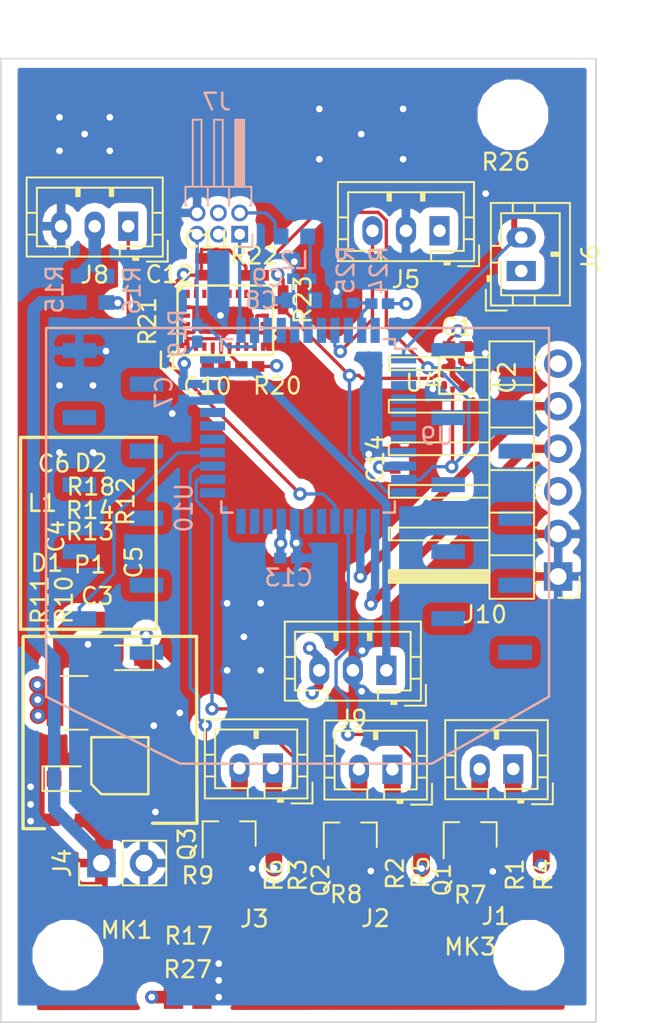
<source format=kicad_pcb>
(kicad_pcb (version 20171130) (host pcbnew "(5.0.0-rc2-129-g72b49accc)")
  (layers (0 F.Cu mixed) (1 In1.Cu power hide) (2 In2.Cu power hide) (31 B.Cu jumper) (36 B.SilkS user) (37 F.SilkS user) (38 B.Mask user) (39 F.Mask user) (44 Edge.Cuts user))
  (net 0 "")
  (net 1 "Net-(J3-Pad1)")
  (net 2 "Net-(J2-Pad1)")
  (net 3 BAT_POS)
  (net 4 "Net-(J1-Pad1)")
  (net 5 GND)
  (net 6 MOSFET1_GPIO)
  (net 7 "Net-(D1-Pad2)")
  (net 8 "Net-(D1-Pad1)")
  (net 9 "Net-(D2-Pad1)")
  (net 10 "Net-(P1-Pad6)")
  (net 11 "Net-(C5-Pad1)")
  (net 12 MOSFET2_GPIO)
  (net 13 "Net-(P1-Pad7)")
  (net 14 TEMP_SENSE-ADC)
  (net 15 IMU_nRESET)
  (net 16 "Net-(I1-Pad4)")
  (net 17 IMU_SDA)
  (net 18 IMU_SCL)
  (net 19 VOLTDIV_ADC)
  (net 20 MOSFET0_GPIO)
  (net 21 "Net-(J1-Pad2)")
  (net 22 "Net-(J2-Pad2)")
  (net 23 "Net-(J3-Pad2)")
  (net 24 XBEE_TX-MCU_RX)
  (net 25 GPS_TX-MCU_RX)
  (net 26 "Net-(U9-Pad2)")
  (net 27 "Net-(U9-Pad3)")
  (net 28 "Net-(U9-Pad4)")
  (net 29 "Net-(U9-Pad5)")
  (net 30 "Net-(U9-Pad6)")
  (net 31 "Net-(U9-Pad7)")
  (net 32 "Net-(U9-Pad16)")
  (net 33 "Net-(U9-Pad17)")
  (net 34 "Net-(U9-Pad20)")
  (net 35 "Net-(U9-Pad21)")
  (net 36 "Net-(U9-Pad22)")
  (net 37 "Net-(U9-Pad23)")
  (net 38 "Net-(U9-Pad27)")
  (net 39 "Net-(U9-Pad28)")
  (net 40 "Net-(U9-Pad29)")
  (net 41 "Net-(U9-Pad36)")
  (net 42 "Net-(U9-Pad37)")
  (net 43 "Net-(C8-Pad1)")
  (net 44 "Net-(U9-Pad40)")
  (net 45 TACH_ADC)
  (net 46 "Net-(U9-Pad42)")
  (net 47 "Net-(U9-Pad44)")
  (net 48 "Net-(U10-Pad3)")
  (net 49 "Net-(U10-Pad4)")
  (net 50 N_RESET_IN)
  (net 51 "Net-(U10-Pad6)")
  (net 52 "Net-(U10-Pad7)")
  (net 53 "Net-(U10-Pad8)")
  (net 54 "Net-(U10-Pad9)")
  (net 55 "Net-(U10-Pad19)")
  (net 56 "Net-(U10-Pad18)")
  (net 57 "Net-(U10-Pad17)")
  (net 58 "Net-(U10-Pad16)")
  (net 59 "Net-(U10-Pad15)")
  (net 60 "Net-(U10-Pad13)")
  (net 61 "Net-(U10-Pad11)")
  (net 62 "Net-(U10-Pad14)")
  (net 63 "Net-(U10-Pad12)")
  (net 64 "Net-(U10-Pad20)")
  (net 65 "Net-(C4-Pad2)")
  (net 66 "Net-(I1-Pad1)")
  (net 67 "Net-(I1-Pad27)")
  (net 68 "Net-(I1-Pad26)")
  (net 69 "Net-(I1-Pad24)")
  (net 70 "Net-(I1-Pad23)")
  (net 71 "Net-(I1-Pad22)")
  (net 72 "Net-(I1-Pad21)")
  (net 73 "Net-(I1-Pad8)")
  (net 74 "Net-(I1-Pad13)")
  (net 75 "Net-(I1-Pad7)")
  (net 76 "Net-(I1-Pad12)")
  (net 77 "Net-(C10-Pad2)")
  (net 78 INT)
  (net 79 IMU_I2C_ADDR_SEL)
  (net 80 "Net-(U4-Pad7)")
  (net 81 +3V3)
  (net 82 "Net-(J7-Pad5)")
  (net 83 "Net-(J7-Pad1)")
  (net 84 "Net-(J7-Pad3)")
  (net 85 "Net-(J7-Pad4)")
  (net 86 "Net-(J8-Pad2)")
  (net 87 SERVO_TCL)
  (net 88 "Net-(U9-Pad33)")
  (net 89 FTDI_OLOG_TX-MCU_RX)
  (net 90 FTDI_OLOG_RX-MCU_TX)
  (net 91 "Net-(J10-Pad6)")
  (module Connector_PinHeader_2.54mm:PinHeader_1x06_P2.54mm_Horizontal (layer F.Cu) (at 97.249999 101.399999 180)
    (fp_text reference J10 (at 4.385 -2.27 180) (layer F.SilkS))
    (fp_text value Conn_01x06_Male)
    (pad 1 thru_hole rect (at 0 0 180) (size 1.7 1.7) (drill 1) (layers *.Cu *.Mask) (net 5 GND))
    (pad 2 thru_hole oval (at 0 2.54 180) (size 1.7 1.7) (drill 1) (layers *.Cu *.Mask) (net 5 GND))
    (pad 3 thru_hole oval (at 0 5.08 180) (size 1.7 1.7) (drill 1) (layers *.Cu *.Mask) (net 81 +3V3))
    (pad 4 thru_hole oval (at 0 7.62 180) (size 1.7 1.7) (drill 1) (layers *.Cu *.Mask) (net 89 FTDI_OLOG_TX-MCU_RX))
    (pad 5 thru_hole oval (at 0 10.16 180) (size 1.7 1.7) (drill 1) (layers *.Cu *.Mask) (net 90 FTDI_OLOG_RX-MCU_TX))
    (pad 6 thru_hole oval (at 0 12.7 180) (size 1.7 1.7) (drill 1) (layers *.Cu *.Mask) (net 91 "Net-(J10-Pad6)"))
  )
  (module Inductor_SMD:L_0603_1608Metric (layer B.Cu) (at 81.510738 81.112348)
    (fp_text reference L2 (at 0 1.43) (layer B.SilkS) (effects (justify mirror)))
    (fp_text value "220OHM 100MHZ")
    (pad 1 smd rect (at -0.7875 0) (size 0.875 0.95) (layers B.Cu B.Paste B.Mask) (net 81 +3V3))
    (pad 2 smd rect (at 0.7875 0) (size 0.875 0.95) (layers B.Cu B.Paste B.Mask) (net 43 "Net-(C8-Pad1)"))
  )
  (module OSD335x-KiCad-master:Not_Broken_0402 (layer B.Cu) (at 81.175 100.3)
    (fp_text reference C13 (at 0 1.17) (layer B.SilkS) (effects (justify mirror)))
    (fp_text value C_Small)
    (pad 2 smd rect (at 0.5 0) (size 0.74 0.64) (layers B.Cu B.Paste B.Mask) (net 5 GND))
    (pad 1 smd rect (at -0.5 0) (size 0.74 0.64) (layers B.Cu B.Paste B.Mask) (net 81 +3V3))
  )
  (module OSD335x-KiCad-master:Not_Broken_0402 (layer F.Cu) (at 87.525 94.4 90)
    (fp_text reference C14 (at 0 -1.17 90) (layer F.SilkS))
    (fp_text value C_Small)
    (pad 1 smd rect (at -0.5 0 90) (size 0.74 0.64) (layers F.Cu F.Paste F.Mask) (net 81 +3V3))
    (pad 2 smd rect (at 0.5 0 90) (size 0.74 0.64) (layers F.Cu F.Paste F.Mask) (net 5 GND))
  )
  (module Connector_JST:JST_PH_B3B-PH-K_1x03_P2.00mm_Vertical (layer F.Cu) (at 87 107 180)
    (fp_text reference J9 (at 2 -2.9 180) (layer F.SilkS))
    (fp_text value Conn_01x03_Female)
    (pad 1 thru_hole rect (at 0 0 180) (size 1.2 1.75) (drill 0.75) (layers *.Cu *.Mask) (net 25 GPS_TX-MCU_RX))
    (pad 2 thru_hole oval (at 2 0 180) (size 1.2 1.75) (drill 0.75) (layers *.Cu *.Mask) (net 5 GND))
    (pad 3 thru_hole oval (at 4 0 180) (size 1.2 1.75) (drill 0.75) (layers *.Cu *.Mask) (net 81 +3V3))
  )
  (module MountingHole:MountingHole_3.2mm_M3 (layer F.Cu) (at 94.55 73.85)
    (fp_text reference MK2 hide)
    (fp_text value Mounting_Hole)
    (pad 1 np_thru_hole circle (at 0 0) (size 3.2 3.2) (drill 3.2) (layers *.Cu *.Mask))
  )
  (module MountingHole:MountingHole_3.2mm_M3 (layer F.Cu) (at 95.5 124)
    (fp_text reference MK3 (at -3.5 -0.5) (layer F.SilkS))
    (fp_text value Mounting_Hole)
    (pad 1 np_thru_hole circle (at 0 0) (size 3.2 3.2) (drill 3.2) (layers *.Cu *.Mask))
  )
  (module MountingHole:MountingHole_3.2mm_M3 (layer F.Cu) (at 68 124)
    (fp_text reference MK1 (at 3.5 -1.5) (layer F.SilkS))
    (fp_text value Mounting_Hole)
    (pad 1 np_thru_hole circle (at 0 0) (size 3.2 3.2) (drill 3.2) (layers *.Cu *.Mask))
  )
  (module Resistor_SMD:R_0805_2012Metric (layer F.Cu) (at 75.205001 124.5)
    (fp_text reference R17 (at 0 -1.65) (layer F.SilkS))
    (fp_text value 1M)
    (pad 2 smd rect (at 0.85 0) (size 1.15 1.4) (layers F.Cu F.Paste F.Mask) (net 5 GND))
    (pad 1 smd rect (at -0.85 0) (size 1.15 1.4) (layers F.Cu F.Paste F.Mask) (net 3 BAT_POS))
  )
  (module Resistor_SMD:R_0805_2012Metric (layer F.Cu) (at 75.15 126.5)
    (fp_text reference R27 (at 0 -1.65) (layer F.SilkS))
    (fp_text value 1M)
    (pad 1 smd rect (at -0.85 0) (size 1.15 1.4) (layers F.Cu F.Paste F.Mask) (net 81 +3V3))
    (pad 2 smd rect (at 0.85 0) (size 1.15 1.4) (layers F.Cu F.Paste F.Mask) (net 5 GND))
  )
  (module Resistor_SMD:R_0603_1608Metric (layer B.Cu) (at 68.65 84.2625 270)
    (fp_text reference R15 (at 0 1.43 270) (layer B.SilkS) (effects (justify mirror)))
    (fp_text value R_Small)
    (pad 2 smd rect (at 0.7875 0 270) (size 0.875 0.95) (layers B.Cu B.Paste B.Mask) (net 3 BAT_POS))
    (pad 1 smd rect (at -0.7875 0 270) (size 0.875 0.95) (layers B.Cu B.Paste B.Mask) (net 86 "Net-(J8-Pad2)"))
  )
  (module Resistor_SMD:R_0603_1608Metric (layer B.Cu) (at 70.3 84.2625 270)
    (fp_text reference R16 (at 0.0625 -1.525 270) (layer B.SilkS) (effects (justify mirror)))
    (fp_text value R_Small)
    (pad 1 smd rect (at -0.7875 0 270) (size 0.875 0.95) (layers B.Cu B.Paste B.Mask) (net 86 "Net-(J8-Pad2)"))
    (pad 2 smd rect (at 0.7875 0 270) (size 0.875 0.95) (layers B.Cu B.Paste B.Mask) (net 81 +3V3))
  )
  (module Connector_JST:JST_PH_B3B-PH-K_1x03_P2.00mm_Vertical (layer F.Cu) (at 71.6 80.5 180)
    (fp_text reference J8 (at 2 -2.9 180) (layer F.SilkS))
    (fp_text value Conn_01x03_Female)
    (pad 1 thru_hole rect (at 0 0 180) (size 1.2 1.75) (drill 0.75) (layers *.Cu *.Mask) (net 87 SERVO_TCL))
    (pad 2 thru_hole oval (at 2 0 180) (size 1.2 1.75) (drill 0.75) (layers *.Cu *.Mask) (net 86 "Net-(J8-Pad2)"))
    (pad 3 thru_hole oval (at 4 0 180) (size 1.2 1.75) (drill 0.75) (layers *.Cu *.Mask) (net 5 GND))
  )
  (module Connector_PinHeader_1.27mm:PinHeader_2x03_P1.27mm_Horizontal (layer B.Cu) (at 78.25 80.975 90)
    (fp_text reference J7 (at 7.9 -1.375 180) (layer B.SilkS) (effects (justify mirror)))
    (fp_text value JTAG-6PIN)
    (pad 1 thru_hole rect (at 0 0 90) (size 1 1) (drill 0.65) (layers *.Cu *.Mask) (net 83 "Net-(J7-Pad1)"))
    (pad 2 thru_hole oval (at 1.27 0 90) (size 1 1) (drill 0.65) (layers *.Cu *.Mask) (net 81 +3V3))
    (pad 3 thru_hole oval (at 0 -1.27 90) (size 1 1) (drill 0.65) (layers *.Cu *.Mask) (net 84 "Net-(J7-Pad3)"))
    (pad 4 thru_hole oval (at 1.27 -1.27 90) (size 1 1) (drill 0.65) (layers *.Cu *.Mask) (net 85 "Net-(J7-Pad4)"))
    (pad 5 thru_hole oval (at 0 -2.54 90) (size 1 1) (drill 0.65) (layers *.Cu *.Mask) (net 82 "Net-(J7-Pad5)"))
    (pad 6 thru_hole oval (at 1.27 -2.54 90) (size 1 1) (drill 0.65) (layers *.Cu *.Mask) (net 5 GND))
  )
  (module OSD335x-KiCad-master:Not_Broken_0402 (layer F.Cu) (at 76.46 83.42 180)
    (fp_text reference C12 (at 2.385 0.045 180) (layer F.SilkS))
    (fp_text value 12OnF)
    (pad 1 smd rect (at -0.5 0 180) (size 0.74 0.64) (layers F.Cu F.Paste F.Mask) (net 5 GND))
    (pad 2 smd rect (at 0.5 0 180) (size 0.74 0.64) (layers F.Cu F.Paste F.Mask) (net 81 +3V3))
  )
  (module OSD335x-KiCad-master:Not_Broken_0402 (layer F.Cu) (at 76.46 82.42 180)
    (fp_text reference C11 (at 0.11 1.12 180) (layer F.SilkS))
    (fp_text value 6.8nF)
    (pad 2 smd rect (at 0.5 0 180) (size 0.74 0.64) (layers F.Cu F.Paste F.Mask) (net 81 +3V3))
    (pad 1 smd rect (at -0.5 0 180) (size 0.74 0.64) (layers F.Cu F.Paste F.Mask) (net 5 GND))
  )
  (module OSD335x-KiCad-master:Not_Broken_0402 (layer F.Cu) (at 76.84 88.86 180)
    (fp_text reference C10 (at 0.515 -1.19 180) (layer F.SilkS))
    (fp_text value 100nF)
    (pad 1 smd rect (at -0.5 0 180) (size 0.74 0.64) (layers F.Cu F.Paste F.Mask) (net 5 GND))
    (pad 2 smd rect (at 0.5 0 180) (size 0.74 0.64) (layers F.Cu F.Paste F.Mask) (net 77 "Net-(C10-Pad2)"))
  )
  (module OSD335x-KiCad-master:Not_Broken_0402 (layer B.Cu) (at 81.950738 83.632348)
    (fp_text reference C9 (at -2.025738 -0.032348) (layer B.SilkS) (effects (justify mirror)))
    (fp_text value 100nF)
    (pad 2 smd rect (at 0.5 0) (size 0.74 0.64) (layers B.Cu B.Paste B.Mask) (net 43 "Net-(C8-Pad1)"))
    (pad 1 smd rect (at -0.5 0) (size 0.74 0.64) (layers B.Cu B.Paste B.Mask) (net 5 GND))
  )
  (module OSD335x-KiCad-master:Not_Broken_0402 (layer B.Cu) (at 74.900738 90.412348 270)
    (fp_text reference C7 (at 0 1.17 270) (layer B.SilkS) (effects (justify mirror)))
    (fp_text value 100nF)
    (pad 1 smd rect (at -0.5 0 270) (size 0.74 0.64) (layers B.Cu B.Paste B.Mask) (net 81 +3V3))
    (pad 2 smd rect (at 0.5 0 270) (size 0.74 0.64) (layers B.Cu B.Paste B.Mask) (net 5 GND))
  )
  (module OSD335x-KiCad-master:Not_Broken_0402 (layer F.Cu) (at 91.23 87.68)
    (fp_text reference C1 (at 0 -1.17) (layer F.SilkS))
    (fp_text value 100nF)
    (pad 2 smd rect (at 0.5 0) (size 0.74 0.64) (layers F.Cu F.Paste F.Mask) (net 5 GND))
    (pad 1 smd rect (at -0.5 0) (size 0.74 0.64) (layers F.Cu F.Paste F.Mask) (net 81 +3V3))
  )
  (module OSD335x-KiCad-master:Not_Broken_0402 (layer F.Cu) (at 92.91 89.47 90)
    (fp_text reference C2 (at -0.055 1.29 90) (layer F.SilkS))
    (fp_text value 100nF)
    (pad 1 smd rect (at -0.5 0 90) (size 0.74 0.64) (layers F.Cu F.Paste F.Mask) (net 81 +3V3))
    (pad 2 smd rect (at 0.5 0 90) (size 0.74 0.64) (layers F.Cu F.Paste F.Mask) (net 5 GND))
  )
  (module OSD335x-KiCad-master:Not_Broken_0402 (layer F.Cu) (at 68.82 111.78 90)
    (fp_text reference C4 (at 12.78 -1.545 90) (layer F.SilkS))
    (fp_text value 390pF)
    (pad 2 smd rect (at 0.5 0 90) (size 0.74 0.64) (layers F.Cu F.Paste F.Mask) (net 65 "Net-(C4-Pad2)"))
    (pad 1 smd rect (at -0.5 0 90) (size 0.74 0.64) (layers F.Cu F.Paste F.Mask) (net 5 GND))
  )
  (module OSD335x-KiCad-master:Not_Broken_0402 (layer F.Cu) (at 68.74992 115.41878 90)
    (fp_text reference R10 (at 12.61878 -0.97492 90) (layer F.SilkS))
    (fp_text value "400 OHM")
    (pad 1 smd rect (at -0.5 0 90) (size 0.74 0.64) (layers F.Cu F.Paste F.Mask) (net 3 BAT_POS))
    (pad 2 smd rect (at 0.5 0 90) (size 0.74 0.64) (layers F.Cu F.Paste F.Mask) (net 7 "Net-(D1-Pad2)"))
  )
  (module OSD335x-KiCad-master:Not_Broken_0402 (layer F.Cu) (at 67.20052 115.41878 270)
    (fp_text reference R11 (at -12.61878 0.87552 270) (layer F.SilkS))
    (fp_text value "400 OHM")
    (pad 2 smd rect (at 0.5 0 270) (size 0.74 0.64) (layers F.Cu F.Paste F.Mask) (net 5 GND))
    (pad 1 smd rect (at -0.5 0 270) (size 0.74 0.64) (layers F.Cu F.Paste F.Mask) (net 8 "Net-(D1-Pad1)"))
  )
  (module OSD335x-KiCad-master:Not_Broken_0402 (layer F.Cu) (at 73.625 107.99 270)
    (fp_text reference R12 (at -11.065 2.175 270) (layer F.SilkS))
    (fp_text value "400 OHM")
    (pad 1 smd rect (at -0.5 0 270) (size 0.74 0.64) (layers F.Cu F.Paste F.Mask) (net 9 "Net-(D2-Pad1)"))
    (pad 2 smd rect (at 0.5 0 270) (size 0.74 0.64) (layers F.Cu F.Paste F.Mask) (net 5 GND))
  )
  (module OSD335x-KiCad-master:Not_Broken_0402 (layer F.Cu) (at 71.775 110.26)
    (fp_text reference R13 (at -2.45 -11.535) (layer F.SilkS))
    (fp_text value 100k)
    (pad 2 smd rect (at 0.5 0) (size 0.74 0.64) (layers F.Cu F.Paste F.Mask) (net 5 GND))
    (pad 1 smd rect (at -0.5 0) (size 0.74 0.64) (layers F.Cu F.Paste F.Mask) (net 10 "Net-(P1-Pad6)"))
  )
  (module OSD335x-KiCad-master:Not_Broken_0402 (layer F.Cu) (at 71.795 109.22)
    (fp_text reference R14 (at -2.47 -11.77) (layer F.SilkS))
    (fp_text value 309k)
    (pad 1 smd rect (at -0.5 0) (size 0.74 0.64) (layers F.Cu F.Paste F.Mask) (net 10 "Net-(P1-Pad6)"))
    (pad 2 smd rect (at 0.5 0) (size 0.74 0.64) (layers F.Cu F.Paste F.Mask) (net 11 "Net-(C5-Pad1)"))
  )
  (module OSD335x-KiCad-master:Not_Broken_0402 (layer F.Cu) (at 71.775 108.1)
    (fp_text reference R18 (at -2.4 -12.05) (layer F.SilkS))
    (fp_text value 100k)
    (pad 2 smd rect (at 0.5 0) (size 0.74 0.64) (layers F.Cu F.Paste F.Mask) (net 11 "Net-(C5-Pad1)"))
    (pad 1 smd rect (at -0.5 0) (size 0.74 0.64) (layers F.Cu F.Paste F.Mask) (net 13 "Net-(P1-Pad7)"))
  )
  (module OSD335x-KiCad-master:Not_Broken_0402 (layer F.Cu) (at 94.128 77.836)
    (fp_text reference R26 (at 0 -1.17) (layer F.SilkS))
    (fp_text value 66K)
    (pad 1 smd rect (at -0.5 0) (size 0.74 0.64) (layers F.Cu F.Paste F.Mask) (net 5 GND))
    (pad 2 smd rect (at 0.5 0) (size 0.74 0.64) (layers F.Cu F.Paste F.Mask) (net 14 TEMP_SENSE-ADC))
  )
  (module OSD335x-KiCad-master:Not_Broken_0402 (layer B.Cu) (at 84.51 85.08)
    (fp_text reference R25 (at 0.065 -1.98 90) (layer B.SilkS) (effects (justify mirror)))
    (fp_text value 66K)
    (pad 2 smd rect (at 0.5 0) (size 0.74 0.64) (layers B.Cu B.Paste B.Mask) (net 19 VOLTDIV_ADC))
    (pad 1 smd rect (at -0.5 0) (size 0.74 0.64) (layers B.Cu B.Paste B.Mask) (net 5 GND))
  )
  (module OSD335x-KiCad-master:Not_Broken_0402 (layer B.Cu) (at 75.72 86.89 270)
    (fp_text reference R19 (at 0 1.17 270) (layer B.SilkS) (effects (justify mirror)))
    (fp_text value 10K)
    (pad 1 smd rect (at -0.5 0 270) (size 0.74 0.64) (layers B.Cu B.Paste B.Mask) (net 82 "Net-(J7-Pad5)"))
    (pad 2 smd rect (at 0.5 0 270) (size 0.74 0.64) (layers B.Cu B.Paste B.Mask) (net 81 +3V3))
  )
  (module OSD335x-KiCad-master:Not_Broken_0402 (layer F.Cu) (at 91.94686 119.09028)
    (fp_text reference R7 (at 0.05314 1.30972) (layer F.SilkS))
    (fp_text value 100K)
    (pad 2 smd rect (at 0.5 0) (size 0.74 0.64) (layers F.Cu F.Paste F.Mask) (net 5 GND))
    (pad 1 smd rect (at -0.5 0) (size 0.74 0.64) (layers F.Cu F.Paste F.Mask) (net 20 MOSFET0_GPIO))
  )
  (module OSD335x-KiCad-master:Not_Broken_0402 (layer F.Cu) (at 84.6124 119.17438)
    (fp_text reference R8 (at -0.0124 1.20062) (layer F.SilkS))
    (fp_text value 100K)
    (pad 1 smd rect (at -0.5 0) (size 0.74 0.64) (layers F.Cu F.Paste F.Mask) (net 6 MOSFET1_GPIO))
    (pad 2 smd rect (at 0.5 0) (size 0.74 0.64) (layers F.Cu F.Paste F.Mask) (net 5 GND))
  )
  (module OSD335x-KiCad-master:Not_Broken_0402 (layer F.Cu) (at 77.64012 119.13424)
    (fp_text reference R9 (at -1.89012 0.11576) (layer F.SilkS))
    (fp_text value 100K)
    (pad 2 smd rect (at 0.5 0) (size 0.74 0.64) (layers F.Cu F.Paste F.Mask) (net 5 GND))
    (pad 1 smd rect (at -0.5 0) (size 0.74 0.64) (layers F.Cu F.Paste F.Mask) (net 12 MOSFET2_GPIO))
  )
  (module OSD335x-KiCad-master:Not_Broken_0402 (layer B.Cu) (at 86.6 85.12)
    (fp_text reference R24 (at -0.05 -1.995 90) (layer B.SilkS) (effects (justify mirror)))
    (fp_text value 100K)
    (pad 1 smd rect (at -0.5 0) (size 0.74 0.64) (layers B.Cu B.Paste B.Mask) (net 19 VOLTDIV_ADC))
    (pad 2 smd rect (at 0.5 0) (size 0.74 0.64) (layers B.Cu B.Paste B.Mask) (net 81 +3V3))
  )
  (module OSD335x-KiCad-master:Not_Broken_0402 (layer F.Cu) (at 80.84 84.89 270)
    (fp_text reference R23 (at 0 -1.17 270) (layer F.SilkS))
    (fp_text value 4.7K)
    (pad 2 smd rect (at 0.5 0 270) (size 0.74 0.64) (layers F.Cu F.Paste F.Mask) (net 18 IMU_SCL))
    (pad 1 smd rect (at -0.5 0 270) (size 0.74 0.64) (layers F.Cu F.Paste F.Mask) (net 81 +3V3))
  )
  (module OSD335x-KiCad-master:Not_Broken_0402 (layer F.Cu) (at 79.12 83.43)
    (fp_text reference R22 (at 0 -1.17) (layer F.SilkS))
    (fp_text value 4.7K)
    (pad 1 smd rect (at -0.5 0) (size 0.74 0.64) (layers F.Cu F.Paste F.Mask) (net 81 +3V3))
    (pad 2 smd rect (at 0.5 0) (size 0.74 0.64) (layers F.Cu F.Paste F.Mask) (net 17 IMU_SDA))
  )
  (module OSD335x-KiCad-master:Not_Broken_0402 (layer F.Cu) (at 73.87 86.15 270)
    (fp_text reference R21 (at 0.025 1.12 270) (layer F.SilkS))
    (fp_text value 10K)
    (pad 2 smd rect (at 0.5 0 270) (size 0.74 0.64) (layers F.Cu F.Paste F.Mask) (net 16 "Net-(I1-Pad4)"))
    (pad 1 smd rect (at -0.5 0 270) (size 0.74 0.64) (layers F.Cu F.Paste F.Mask) (net 81 +3V3))
  )
  (module OSD335x-KiCad-master:Not_Broken_0402 (layer F.Cu) (at 78.85 88.87 180)
    (fp_text reference R20 (at -1.65 -1.155 180) (layer F.SilkS))
    (fp_text value 10K)
    (pad 1 smd rect (at -0.5 0 180) (size 0.74 0.64) (layers F.Cu F.Paste F.Mask) (net 81 +3V3))
    (pad 2 smd rect (at 0.5 0 180) (size 0.74 0.64) (layers F.Cu F.Paste F.Mask) (net 15 IMU_nRESET))
  )
  (module Package_TO_SOT_SMD:SOT-23 (layer F.Cu) (at 77.62 116.77 90)
    (fp_text reference Q3 (at -0.605 -2.52 90) (layer F.SilkS))
    (fp_text value SSM3K329R)
    (pad 1 smd rect (at -1 -0.95 90) (size 0.9 0.8) (layers F.Cu F.Paste F.Mask) (net 12 MOSFET2_GPIO))
    (pad 2 smd rect (at -1 0.95 90) (size 0.9 0.8) (layers F.Cu F.Paste F.Mask) (net 5 GND))
    (pad 3 smd rect (at 1 0 90) (size 0.9 0.8) (layers F.Cu F.Paste F.Mask) (net 23 "Net-(J3-Pad2)"))
  )
  (module Package_TO_SOT_SMD:SOT-23 (layer F.Cu) (at 92 116.82 90)
    (fp_text reference Q1 (at -2.68 -1.675 90) (layer F.SilkS))
    (fp_text value SSM3K329R)
    (pad 3 smd rect (at 1 0 90) (size 0.9 0.8) (layers F.Cu F.Paste F.Mask) (net 21 "Net-(J1-Pad2)"))
    (pad 2 smd rect (at -1 0.95 90) (size 0.9 0.8) (layers F.Cu F.Paste F.Mask) (net 5 GND))
    (pad 1 smd rect (at -1 -0.95 90) (size 0.9 0.8) (layers F.Cu F.Paste F.Mask) (net 20 MOSFET0_GPIO))
  )
  (module Package_TO_SOT_SMD:SOT-23 (layer F.Cu) (at 84.85 116.84 90)
    (fp_text reference Q2 (at -2.685 -1.775 90) (layer F.SilkS))
    (fp_text value SSM3K329R)
    (pad 1 smd rect (at -1 -0.95 90) (size 0.9 0.8) (layers F.Cu F.Paste F.Mask) (net 6 MOSFET1_GPIO))
    (pad 2 smd rect (at -1 0.95 90) (size 0.9 0.8) (layers F.Cu F.Paste F.Mask) (net 5 GND))
    (pad 3 smd rect (at 1 0 90) (size 0.9 0.8) (layers F.Cu F.Paste F.Mask) (net 22 "Net-(J2-Pad2)"))
  )
  (module Capacitor_SMD:C_0603_1608Metric (layer F.Cu) (at 68.4075 106.36)
    (fp_text reference C6 (at -1.2325 -11.685) (layer F.SilkS))
    (fp_text value "10 uF")
    (pad 2 smd rect (at 0.7875 0) (size 0.875 0.95) (layers F.Cu F.Paste F.Mask) (net 5 GND))
    (pad 1 smd rect (at -0.7875 0) (size 0.875 0.95) (layers F.Cu F.Paste F.Mask) (net 81 +3V3))
  )
  (module Capacitor_SMD:C_0603_1608Metric (layer B.Cu) (at 81.940738 84.922348 180)
    (fp_text reference C8 (at 2.415738 -0.002652 180) (layer B.SilkS) (effects (justify mirror)))
    (fp_text value 10uF)
    (pad 1 smd rect (at -0.7875 0 180) (size 0.875 0.95) (layers B.Cu B.Paste B.Mask) (net 43 "Net-(C8-Pad1)"))
    (pad 2 smd rect (at 0.7875 0 180) (size 0.875 0.95) (layers B.Cu B.Paste B.Mask) (net 5 GND))
  )
  (module Capacitor_SMD:C_0805_2012Metric (layer F.Cu) (at 74.675 112.7 90)
    (fp_text reference C5 (at 12.15 -2.75 90) (layer F.SilkS))
    (fp_text value 22uF)
    (pad 2 smd rect (at 0.85 0 90) (size 1.15 1.4) (layers F.Cu F.Paste F.Mask) (net 5 GND))
    (pad 1 smd rect (at -0.85 0 90) (size 1.15 1.4) (layers F.Cu F.Paste F.Mask) (net 11 "Net-(C5-Pad1)"))
  )
  (module Capacitor_SMD:C_0805_2012Metric (layer F.Cu) (at 71.16 115.44)
    (fp_text reference C3 (at -1.41 -12.865) (layer F.SilkS))
    (fp_text value 10uF)
    (pad 1 smd rect (at -0.85 0) (size 1.15 1.4) (layers F.Cu F.Paste F.Mask) (net 3 BAT_POS))
    (pad 2 smd rect (at 0.85 0) (size 1.15 1.4) (layers F.Cu F.Paste F.Mask) (net 5 GND))
  )
  (module Connector_JST:JST_PH_B2B-PH-K_1x02_P2.00mm_Vertical (layer F.Cu) (at 94.57068 112.87998 180)
    (fp_text reference J1 (at 1.04568 -8.79502 180) (layer F.SilkS))
    (fp_text value Conn_01x02_Female)
    (pad 2 thru_hole oval (at 2 0 180) (size 1.2 1.75) (drill 0.75) (layers *.Cu *.Mask) (net 21 "Net-(J1-Pad2)"))
    (pad 1 thru_hole rect (at 0 0 180) (size 1.2 1.75) (drill 0.75) (layers *.Cu *.Mask) (net 4 "Net-(J1-Pad1)"))
  )
  (module Connector_JST:JST_PH_B2B-PH-K_1x02_P2.00mm_Vertical (layer F.Cu) (at 95.046 83.17 90)
    (fp_text reference J6 (at 0.745 4.129 90) (layer F.SilkS))
    (fp_text value Conn_01x02_Female)
    (pad 1 thru_hole rect (at 0 0 90) (size 1.2 1.75) (drill 0.75) (layers *.Cu *.Mask) (net 81 +3V3))
    (pad 2 thru_hole oval (at 2 0 90) (size 1.2 1.75) (drill 0.75) (layers *.Cu *.Mask) (net 14 TEMP_SENSE-ADC))
  )
  (module Connector_JST:JST_PH_B2B-PH-K_1x02_P2.00mm_Vertical (layer F.Cu) (at 80.2324 112.8325 180)
    (fp_text reference J3 (at 1.1074 -8.9925 180) (layer F.SilkS))
    (fp_text value Conn_01x02_Female)
    (pad 2 thru_hole oval (at 2 0 180) (size 1.2 1.75) (drill 0.75) (layers *.Cu *.Mask) (net 23 "Net-(J3-Pad2)"))
    (pad 1 thru_hole rect (at 0 0 180) (size 1.2 1.75) (drill 0.75) (layers *.Cu *.Mask) (net 1 "Net-(J3-Pad1)"))
  )
  (module Connector_JST:JST_PH_B2B-PH-K_1x02_P2.00mm_Vertical (layer F.Cu) (at 87.36322 112.90312 180)
    (fp_text reference J2 (at 1.01322 -8.89688 180) (layer F.SilkS))
    (fp_text value Conn_01x02_Female)
    (pad 1 thru_hole rect (at 0 0 180) (size 1.2 1.75) (drill 0.75) (layers *.Cu *.Mask) (net 2 "Net-(J2-Pad1)"))
    (pad 2 thru_hole oval (at 2 0 180) (size 1.2 1.75) (drill 0.75) (layers *.Cu *.Mask) (net 22 "Net-(J2-Pad2)"))
  )
  (module Connector_JST:JST_PH_B3B-PH-K_1x03_P2.00mm_Vertical (layer F.Cu) (at 90.17 80.772 180)
    (fp_text reference J5 (at 2 -2.9 180) (layer F.SilkS))
    (fp_text value Conn_01x03_Female)
    (pad 1 thru_hole rect (at 0 0 180) (size 1.2 1.75) (drill 0.75) (layers *.Cu *.Mask) (net 81 +3V3))
    (pad 2 thru_hole oval (at 2 0 180) (size 1.2 1.75) (drill 0.75) (layers *.Cu *.Mask) (net 5 GND))
    (pad 3 thru_hole oval (at 4 0 180) (size 1.2 1.75) (drill 0.75) (layers *.Cu *.Mask) (net 45 TACH_ADC))
  )
  (module Connector_PinHeader_2.54mm:PinHeader_1x02_P2.54mm_Vertical (layer F.Cu) (at 70 118.5 90)
    (fp_text reference J4 (at 0 -2.33 90) (layer F.SilkS))
    (fp_text value Conn_01x02_Female)
    (pad 1 thru_hole rect (at 0 0 90) (size 1.7 1.7) (drill 1) (layers *.Cu *.Mask) (net 3 BAT_POS))
    (pad 2 thru_hole oval (at 0 2.54 90) (size 1.7 1.7) (drill 1) (layers *.Cu *.Mask) (net 5 GND))
  )
  (module Inductor_SMD:L_Abracon_ASPI-3012S (layer F.Cu) (at 68.38 108.94 180)
    (fp_text reference L1 (at 1.905 11.915 180) (layer F.SilkS))
    (fp_text value 10uH)
    (pad 2 smd rect (at 1.15 0 180) (size 1 2.75) (layers F.Cu F.Paste F.Mask) (net 81 +3V3))
    (pad 1 smd rect (at -1.15 0 180) (size 1 2.75) (layers F.Cu F.Paste F.Mask) (net 11 "Net-(C5-Pad1)"))
  )
  (module LED_SMD:LED_0603_1608Metric (layer F.Cu) (at 67.96506 113.46658)
    (fp_text reference D1 (at -1.21506 -12.86658) (layer F.SilkS))
    (fp_text value LED)
    (pad 2 smd rect (at 0.7875 0) (size 0.875 0.95) (layers F.Cu F.Paste F.Mask) (net 7 "Net-(D1-Pad2)"))
    (pad 1 smd rect (at -0.7875 0) (size 0.875 0.95) (layers F.Cu F.Paste F.Mask) (net 8 "Net-(D1-Pad1)"))
  )
  (module LED_SMD:LED_0603_1608Metric (layer F.Cu) (at 71.61 106.25 180)
    (fp_text reference D2 (at 2.235 11.625 180) (layer F.SilkS))
    (fp_text value LED)
    (pad 1 smd rect (at -0.7875 0 180) (size 0.875 0.95) (layers F.Cu F.Paste F.Mask) (net 9 "Net-(D2-Pad1)"))
    (pad 2 smd rect (at 0.7875 0 180) (size 0.875 0.95) (layers F.Cu F.Paste F.Mask) (net 81 +3V3))
  )
  (module OSD335x-KiCad-master:BMP388 (layer F.Cu) (at 92.4485 90.80088)
    (fp_text reference U4 (at -3.3235 -0.95088) (layer F.SilkS))
    (fp_text value BMP38X)
    (pad 1 smd rect (at -2 -1.9) (size 0.275 0.275) (layers F.Cu F.Paste F.Mask) (net 81 +3V3))
    (pad 2 smd rect (at -2 -1.4) (size 0.275 0.275) (layers F.Cu F.Paste F.Mask) (net 18 IMU_SCL))
    (pad 3 smd rect (at -2 -0.9) (size 0.275 0.275) (layers F.Cu F.Paste F.Mask) (net 5 GND))
    (pad 4 smd rect (at -1.5 -0.6) (size 0.275 0.275) (layers F.Cu F.Paste F.Mask) (net 17 IMU_SDA))
    (pad 5 smd rect (at -1 -0.6) (size 0.275 0.275) (layers F.Cu F.Paste F.Mask) (net 81 +3V3))
    (pad 6 smd rect (at -0.5 -0.9) (size 0.275 0.275) (layers F.Cu F.Paste F.Mask) (net 81 +3V3))
    (pad 7 smd rect (at -0.5 -1.4) (size 0.275 0.275) (layers F.Cu F.Paste F.Mask) (net 80 "Net-(U4-Pad7)"))
    (pad 8 smd rect (at -0.5 -1.9) (size 0.275 0.275) (layers F.Cu F.Paste F.Mask) (net 5 GND))
    (pad 9 smd rect (at -1 -2.2) (size 0.275 0.275) (layers F.Cu F.Paste F.Mask) (net 5 GND))
    (pad 10 smd rect (at -1.5 -2.2) (size 0.275 0.275) (layers F.Cu F.Paste F.Mask) (net 81 +3V3))
  )
  (module OSD335x-KiCad-master:BNO055 (layer F.Cu) (at 75.14382 89.03718)
    (fp_text reference I1 (at -1.11882 -0.51218) (layer F.SilkS))
    (fp_text value BNO055)
    (pad 1 smd rect (at 0 -4.5) (size 0.25 0.5) (layers F.Cu F.Paste F.Mask) (net 66 "Net-(I1-Pad1)"))
    (pad 28 smd rect (at 0.5 -4.5 180) (size 0.25 0.5) (layers F.Cu F.Paste F.Mask) (net 81 +3V3))
    (pad 27 smd rect (at 1 -4.5) (size 0.25 0.5) (layers F.Cu F.Paste F.Mask) (net 67 "Net-(I1-Pad27)"))
    (pad 26 smd rect (at 1.5 -4.5) (size 0.25 0.5) (layers F.Cu F.Paste F.Mask) (net 68 "Net-(I1-Pad26)"))
    (pad 25 smd rect (at 2 -4.5) (size 0.25 0.5) (layers F.Cu F.Paste F.Mask) (net 5 GND))
    (pad 24 smd rect (at 2.5 -4.5) (size 0.25 0.5) (layers F.Cu F.Paste F.Mask) (net 69 "Net-(I1-Pad24)"))
    (pad 23 smd rect (at 3 -4.5) (size 0.25 0.5) (layers F.Cu F.Paste F.Mask) (net 70 "Net-(I1-Pad23)"))
    (pad 22 smd rect (at 3.5 -4.5) (size 0.25 0.5) (layers F.Cu F.Paste F.Mask) (net 71 "Net-(I1-Pad22)"))
    (pad 21 smd rect (at 4 -4.5) (size 0.25 0.5) (layers F.Cu F.Paste F.Mask) (net 72 "Net-(I1-Pad21)"))
    (pad 20 smd rect (at 4.5 -4.5) (size 0.25 0.5) (layers F.Cu F.Paste F.Mask) (net 17 IMU_SDA))
    (pad 6 smd rect (at 0 -1.35) (size 0.25 0.5) (layers F.Cu F.Paste F.Mask) (net 5 GND))
    (pad 2 smd rect (at -0.1 -3.7 90) (size 0.25 0.5) (layers F.Cu F.Paste F.Mask) (net 5 GND))
    (pad 3 smd rect (at -0.1 -3.2 90) (size 0.25 0.5) (layers F.Cu F.Paste F.Mask) (net 81 +3V3))
    (pad 4 smd rect (at -0.1 -2.7 90) (size 0.25 0.5) (layers F.Cu F.Paste F.Mask) (net 16 "Net-(I1-Pad4)"))
    (pad 5 smd rect (at -0.1 -2.2 90) (size 0.25 0.5) (layers F.Cu F.Paste F.Mask) (net 5 GND))
    (pad 8 smd rect (at 1 -1.35 180) (size 0.25 0.5) (layers F.Cu F.Paste F.Mask) (net 73 "Net-(I1-Pad8)"))
    (pad 15 smd rect (at 4.5 -1.35) (size 0.25 0.5) (layers F.Cu F.Paste F.Mask) (net 5 GND))
    (pad 13 smd rect (at 3.5 -1.35) (size 0.25 0.5) (layers F.Cu F.Paste F.Mask) (net 74 "Net-(I1-Pad13)"))
    (pad 7 smd rect (at 0.5 -1.35) (size 0.25 0.5) (layers F.Cu F.Paste F.Mask) (net 75 "Net-(I1-Pad7)"))
    (pad 12 smd rect (at 3 -1.35) (size 0.25 0.5) (layers F.Cu F.Paste F.Mask) (net 76 "Net-(I1-Pad12)"))
    (pad 9 smd rect (at 1.5 -1.35) (size 0.25 0.5) (layers F.Cu F.Paste F.Mask) (net 77 "Net-(C10-Pad2)"))
    (pad 14 smd rect (at 4 -1.35) (size 0.25 0.5) (layers F.Cu F.Paste F.Mask) (net 78 INT))
    (pad 10 smd rect (at 2 -1.35) (size 0.25 0.5) (layers F.Cu F.Paste F.Mask) (net 5 GND))
    (pad 11 smd rect (at 2.5 -1.35) (size 0.25 0.5) (layers F.Cu F.Paste F.Mask) (net 15 IMU_nRESET))
    (pad 18 smd rect (at 4.6 -3.2 90) (size 0.25 0.5) (layers F.Cu F.Paste F.Mask) (net 5 GND))
    (pad 16 smd rect (at 4.6 -2.2 90) (size 0.25 0.5) (layers F.Cu F.Paste F.Mask) (net 5 GND))
    (pad 17 smd rect (at 4.6 -2.7 90) (size 0.25 0.5) (layers F.Cu F.Paste F.Mask) (net 79 IMU_I2C_ADDR_SEL))
    (pad 19 smd rect (at 4.6 -3.7 90) (size 0.25 0.5) (layers F.Cu F.Paste F.Mask) (net 18 IMU_SCL))
  )
  (module OSD335x-KiCad-master:TPS82150 (layer F.Cu) (at 76.8 112.591772 90)
    (fp_text reference P1 (at 11.891772 -7.475 180) (layer F.SilkS))
    (fp_text value TPS82150)
    (pad 9 smd rect (at -0.048228 -5.65 90) (size 1.1 1.9) (layers F.Cu F.Paste F.Mask) (net 5 GND))
    (pad 4 smd rect (at -1.098228 -4.7 90) (size 0.5 0.4) (layers F.Cu F.Paste F.Mask) (net 11 "Net-(C5-Pad1)"))
    (pad 3 smd rect (at -1.098228 -5.35 90) (size 0.5 0.4) (layers F.Cu F.Paste F.Mask) (net 5 GND))
    (pad 2 smd rect (at -1.098228 -6 90) (size 0.5 0.4) (layers F.Cu F.Paste F.Mask) (net 3 BAT_POS))
    (pad 1 smd rect (at -1.098228 -6.65 90) (size 0.5 0.4) (layers F.Cu F.Paste F.Mask) (net 3 BAT_POS))
    (pad 8 smd rect (at 1.001772 -6.65 90) (size 0.5 0.4) (layers F.Cu F.Paste F.Mask) (net 65 "Net-(C4-Pad2)"))
    (pad 6 smd rect (at 1.001772 -5.35 90) (size 0.5 0.4) (layers F.Cu F.Paste F.Mask) (net 10 "Net-(P1-Pad6)"))
    (pad 7 smd rect (at 1.001772 -6 90) (size 0.5 0.4) (layers F.Cu F.Paste F.Mask) (net 13 "Net-(P1-Pad7)"))
    (pad 5 smd rect (at 1.001772 -4.7 90) (size 0.5 0.4) (layers F.Cu F.Paste F.Mask) (net 11 "Net-(C5-Pad1)"))
  )
  (module OSD335x-KiCad-master:XBEE_PRO900 (layer B.Cu) (at 70.70344 99.57054)
    (fp_text reference U10 (at 4.22156 -2.27054 -90) (layer B.SilkS) (effects (justify mirror)))
    (fp_text value XBEE_PRO900)
    (pad 1 smd rect (at 1.98348 6.35 270) (size 0.9 2) (layers B.Cu B.Paste B.Mask) (net 81 +3V3))
    (pad 2 smd rect (at -2.01652 4.35 270) (size 0.9 2) (layers B.Cu B.Paste B.Mask) (net 24 XBEE_TX-MCU_RX))
    (pad 3 smd rect (at 1.98348 2.35 270) (size 0.9 2) (layers B.Cu B.Paste B.Mask) (net 48 "Net-(U10-Pad3)"))
    (pad 4 smd rect (at -2.01652 0.35 270) (size 0.9 2) (layers B.Cu B.Paste B.Mask) (net 49 "Net-(U10-Pad4)"))
    (pad 5 smd rect (at 1.98348 -1.65 270) (size 0.9 2) (layers B.Cu B.Paste B.Mask) (net 50 N_RESET_IN))
    (pad 6 smd rect (at -2.01652 -3.65 270) (size 0.9 2) (layers B.Cu B.Paste B.Mask) (net 51 "Net-(U10-Pad6)"))
    (pad 7 smd rect (at 1.98348 -5.65 270) (size 0.9 2) (layers B.Cu B.Paste B.Mask) (net 52 "Net-(U10-Pad7)"))
    (pad 8 smd rect (at -2.01652 -7.65 270) (size 0.9 2) (layers B.Cu B.Paste B.Mask) (net 53 "Net-(U10-Pad8)"))
    (pad 9 smd rect (at 1.98348 -9.65 270) (size 0.9 2) (layers B.Cu B.Paste B.Mask) (net 54 "Net-(U10-Pad9)"))
    (pad 10 smd rect (at -2.01652 -11.65 270) (size 0.9 2) (layers B.Cu B.Paste B.Mask) (net 5 GND))
    (pad 19 smd rect (at 19.98348 4.35 270) (size 0.9 2) (layers B.Cu B.Paste B.Mask) (net 55 "Net-(U10-Pad19)"))
    (pad 18 smd rect (at 23.98348 2.35 270) (size 0.9 2) (layers B.Cu B.Paste B.Mask) (net 56 "Net-(U10-Pad18)"))
    (pad 17 smd rect (at 19.98348 0.35 270) (size 0.9 2) (layers B.Cu B.Paste B.Mask) (net 57 "Net-(U10-Pad17)"))
    (pad 16 smd rect (at 23.98348 -1.65 270) (size 0.9 2) (layers B.Cu B.Paste B.Mask) (net 58 "Net-(U10-Pad16)"))
    (pad 15 smd rect (at 19.98348 -3.65 270) (size 0.9 2) (layers B.Cu B.Paste B.Mask) (net 59 "Net-(U10-Pad15)"))
    (pad 13 smd rect (at 19.98348 -7.65 270) (size 0.9 2) (layers B.Cu B.Paste B.Mask) (net 60 "Net-(U10-Pad13)"))
    (pad 11 smd rect (at 19.98348 -11.65 270) (size 0.9 2) (layers B.Cu B.Paste B.Mask) (net 61 "Net-(U10-Pad11)"))
    (pad 14 smd rect (at 23.98348 -5.65 270) (size 0.9 2) (layers B.Cu B.Paste B.Mask) (net 62 "Net-(U10-Pad14)"))
    (pad 12 smd rect (at 23.98348 -9.65 270) (size 0.9 2) (layers B.Cu B.Paste B.Mask) (net 63 "Net-(U10-Pad12)"))
    (pad 20 smd rect (at 23.98348 6.35 270) (size 0.9 2) (layers B.Cu B.Paste B.Mask) (net 64 "Net-(U10-Pad20)"))
  )
  (module Package_QFP:TQFP-44_10x10mm_P0.8mm (layer B.Cu) (at 82.330738 92.412348 180)
    (fp_text reference U9 (at -7.694262 -0.612652 180) (layer B.SilkS) (effects (justify mirror)))
    (fp_text value ATxmega128A4-AU)
    (pad 1 smd rect (at -5.7 4 180) (size 1.5 0.55) (layers B.Cu B.Paste B.Mask) (net 14 TEMP_SENSE-ADC))
    (pad 2 smd rect (at -5.7 3.2 180) (size 1.5 0.55) (layers B.Cu B.Paste B.Mask) (net 26 "Net-(U9-Pad2)"))
    (pad 3 smd rect (at -5.7 2.4 180) (size 1.5 0.55) (layers B.Cu B.Paste B.Mask) (net 27 "Net-(U9-Pad3)"))
    (pad 4 smd rect (at -5.7 1.6 180) (size 1.5 0.55) (layers B.Cu B.Paste B.Mask) (net 28 "Net-(U9-Pad4)"))
    (pad 5 smd rect (at -5.7 0.8 180) (size 1.5 0.55) (layers B.Cu B.Paste B.Mask) (net 29 "Net-(U9-Pad5)"))
    (pad 6 smd rect (at -5.7 0 180) (size 1.5 0.55) (layers B.Cu B.Paste B.Mask) (net 30 "Net-(U9-Pad6)"))
    (pad 7 smd rect (at -5.7 -0.8 180) (size 1.5 0.55) (layers B.Cu B.Paste B.Mask) (net 31 "Net-(U9-Pad7)"))
    (pad 8 smd rect (at -5.7 -1.6 180) (size 1.5 0.55) (layers B.Cu B.Paste B.Mask) (net 5 GND))
    (pad 9 smd rect (at -5.7 -2.4 180) (size 1.5 0.55) (layers B.Cu B.Paste B.Mask) (net 81 +3V3))
    (pad 10 smd rect (at -5.7 -3.2 180) (size 1.5 0.55) (layers B.Cu B.Paste B.Mask) (net 17 IMU_SDA))
    (pad 11 smd rect (at -5.7 -4 180) (size 1.5 0.55) (layers B.Cu B.Paste B.Mask) (net 18 IMU_SCL))
    (pad 12 smd rect (at -4 -5.7 90) (size 1.5 0.55) (layers B.Cu B.Paste B.Mask) (net 89 FTDI_OLOG_TX-MCU_RX))
    (pad 13 smd rect (at -3.2 -5.7 90) (size 1.5 0.55) (layers B.Cu B.Paste B.Mask) (net 90 FTDI_OLOG_RX-MCU_TX))
    (pad 14 smd rect (at -2.4 -5.7 90) (size 1.5 0.55) (layers B.Cu B.Paste B.Mask) (net 20 MOSFET0_GPIO))
    (pad 15 smd rect (at -1.6 -5.7 90) (size 1.5 0.55) (layers B.Cu B.Paste B.Mask) (net 87 SERVO_TCL))
    (pad 16 smd rect (at -0.8 -5.7 90) (size 1.5 0.55) (layers B.Cu B.Paste B.Mask) (net 32 "Net-(U9-Pad16)"))
    (pad 17 smd rect (at 0 -5.7 90) (size 1.5 0.55) (layers B.Cu B.Paste B.Mask) (net 33 "Net-(U9-Pad17)"))
    (pad 18 smd rect (at 0.8 -5.7 90) (size 1.5 0.55) (layers B.Cu B.Paste B.Mask) (net 5 GND))
    (pad 19 smd rect (at 1.6 -5.7 90) (size 1.5 0.55) (layers B.Cu B.Paste B.Mask) (net 81 +3V3))
    (pad 20 smd rect (at 2.4 -5.7 90) (size 1.5 0.55) (layers B.Cu B.Paste B.Mask) (net 34 "Net-(U9-Pad20)"))
    (pad 21 smd rect (at 3.2 -5.7 90) (size 1.5 0.55) (layers B.Cu B.Paste B.Mask) (net 35 "Net-(U9-Pad21)"))
    (pad 22 smd rect (at 4 -5.7 90) (size 1.5 0.55) (layers B.Cu B.Paste B.Mask) (net 36 "Net-(U9-Pad22)"))
    (pad 23 smd rect (at 5.7 -4 180) (size 1.5 0.55) (layers B.Cu B.Paste B.Mask) (net 37 "Net-(U9-Pad23)"))
    (pad 24 smd rect (at 5.7 -3.2 180) (size 1.5 0.55) (layers B.Cu B.Paste B.Mask) (net 6 MOSFET1_GPIO))
    (pad 25 smd rect (at 5.7 -2.4 180) (size 1.5 0.55) (layers B.Cu B.Paste B.Mask) (net 12 MOSFET2_GPIO))
    (pad 26 smd rect (at 5.7 -1.6 180) (size 1.5 0.55) (layers B.Cu B.Paste B.Mask) (net 24 XBEE_TX-MCU_RX))
    (pad 27 smd rect (at 5.7 -0.8 180) (size 1.5 0.55) (layers B.Cu B.Paste B.Mask) (net 38 "Net-(U9-Pad27)"))
    (pad 28 smd rect (at 5.7 0 180) (size 1.5 0.55) (layers B.Cu B.Paste B.Mask) (net 39 "Net-(U9-Pad28)"))
    (pad 29 smd rect (at 5.7 0.8 180) (size 1.5 0.55) (layers B.Cu B.Paste B.Mask) (net 40 "Net-(U9-Pad29)"))
    (pad 30 smd rect (at 5.7 1.6 180) (size 1.5 0.55) (layers B.Cu B.Paste B.Mask) (net 5 GND))
    (pad 31 smd rect (at 5.7 2.4 180) (size 1.5 0.55) (layers B.Cu B.Paste B.Mask) (net 81 +3V3))
    (pad 32 smd rect (at 5.7 3.2 180) (size 1.5 0.55) (layers B.Cu B.Paste B.Mask) (net 25 GPS_TX-MCU_RX))
    (pad 33 smd rect (at 5.7 4 180) (size 1.5 0.55) (layers B.Cu B.Paste B.Mask) (net 88 "Net-(U9-Pad33)"))
    (pad 34 smd rect (at 4 5.7 90) (size 1.5 0.55) (layers B.Cu B.Paste B.Mask) (net 83 "Net-(J7-Pad1)"))
    (pad 35 smd rect (at 3.2 5.7 90) (size 1.5 0.55) (layers B.Cu B.Paste B.Mask) (net 82 "Net-(J7-Pad5)"))
    (pad 36 smd rect (at 2.4 5.7 90) (size 1.5 0.55) (layers B.Cu B.Paste B.Mask) (net 41 "Net-(U9-Pad36)"))
    (pad 37 smd rect (at 1.6 5.7 90) (size 1.5 0.55) (layers B.Cu B.Paste B.Mask) (net 42 "Net-(U9-Pad37)"))
    (pad 38 smd rect (at 0.8 5.7 90) (size 1.5 0.55) (layers B.Cu B.Paste B.Mask) (net 5 GND))
    (pad 39 smd rect (at 0 5.7 90) (size 1.5 0.55) (layers B.Cu B.Paste B.Mask) (net 43 "Net-(C8-Pad1)"))
    (pad 40 smd rect (at -0.8 5.7 90) (size 1.5 0.55) (layers B.Cu B.Paste B.Mask) (net 44 "Net-(U9-Pad40)"))
    (pad 41 smd rect (at -1.6 5.7 90) (size 1.5 0.55) (layers B.Cu B.Paste B.Mask) (net 45 TACH_ADC))
    (pad 42 smd rect (at -2.4 5.7 90) (size 1.5 0.55) (layers B.Cu B.Paste B.Mask) (net 46 "Net-(U9-Pad42)"))
    (pad 43 smd rect (at -3.2 5.7 90) (size 1.5 0.55) (layers B.Cu B.Paste B.Mask) (net 19 VOLTDIV_ADC))
    (pad 44 smd rect (at -4 5.7 90) (size 1.5 0.55) (layers B.Cu B.Paste B.Mask) (net 47 "Net-(U9-Pad44)"))
  )
  (module Resistor_SMD:R_0603_1608Metric (layer F.Cu) (at 87.52832 116.67502 270)
    (fp_text reference R2 (at 2.44998 0.00332 270) (layer F.SilkS))
    (fp_text value "0 OHM")
    (pad 2 smd rect (at 0.7875 0 270) (size 0.875 0.95) (layers F.Cu F.Paste F.Mask) (net 3 BAT_POS))
    (pad 1 smd rect (at -0.7875 0 270) (size 0.875 0.95) (layers F.Cu F.Paste F.Mask) (net 2 "Net-(J2-Pad1)"))
  )
  (module Resistor_SMD:R_0603_1608Metric (layer F.Cu) (at 94.69514 116.67464 270)
    (fp_text reference R1 (at 2.52536 0.02014 270) (layer F.SilkS))
    (fp_text value "0 OHM")
    (pad 1 smd rect (at -0.7875 0 270) (size 0.875 0.95) (layers F.Cu F.Paste F.Mask) (net 4 "Net-(J1-Pad1)"))
    (pad 2 smd rect (at 0.7875 0 270) (size 0.875 0.95) (layers F.Cu F.Paste F.Mask) (net 3 BAT_POS))
  )
  (module Resistor_SMD:R_0603_1608Metric (layer F.Cu) (at 96.242 116.65696 270)
    (fp_text reference R4 (at 2.54304 -0.133 270) (layer F.SilkS))
    (fp_text value "0 OHM")
    (pad 2 smd rect (at 0.7875 0 270) (size 0.875 0.95) (layers F.Cu F.Paste F.Mask) (net 81 +3V3))
    (pad 1 smd rect (at -0.7875 0 270) (size 0.875 0.95) (layers F.Cu F.Paste F.Mask) (net 4 "Net-(J1-Pad1)"))
  )
  (module Resistor_SMD:R_0603_1608Metric (layer F.Cu) (at 81.95706 116.65276 270)
    (fp_text reference R3 (at 2.57224 0.23206 270) (layer F.SilkS))
    (fp_text value "0 OHM")
    (pad 1 smd rect (at -0.7875 0 270) (size 0.875 0.95) (layers F.Cu F.Paste F.Mask) (net 1 "Net-(J3-Pad1)"))
    (pad 2 smd rect (at 0.7875 0 270) (size 0.875 0.95) (layers F.Cu F.Paste F.Mask) (net 3 BAT_POS))
  )
  (module Resistor_SMD:R_0603_1608Metric (layer F.Cu) (at 89.09804 116.67756 270)
    (fp_text reference R5 (at 2.37244 0.04804 270) (layer F.SilkS))
    (fp_text value "0 OHM")
    (pad 2 smd rect (at 0.7875 0 270) (size 0.875 0.95) (layers F.Cu F.Paste F.Mask) (net 81 +3V3))
    (pad 1 smd rect (at -0.7875 0 270) (size 0.875 0.95) (layers F.Cu F.Paste F.Mask) (net 2 "Net-(J2-Pad1)"))
  )
  (module Resistor_SMD:R_0603_1608Metric (layer F.Cu) (at 80.28574 116.64514 270)
    (fp_text reference R6 (at 2.57986 -0.01426 270) (layer F.SilkS))
    (fp_text value "0 OHM")
    (pad 1 smd rect (at -0.7875 0 270) (size 0.875 0.95) (layers F.Cu F.Paste F.Mask) (net 1 "Net-(J3-Pad1)"))
    (pad 2 smd rect (at 0.7875 0 270) (size 0.875 0.95) (layers F.Cu F.Paste F.Mask) (net 81 +3V3))
  )
  (gr_line (start 99.5 70.5) (end 64 70.5) (layer Edge.Cuts) (width 0.1))
  (gr_line (start 99.5 128) (end 99.5 70.5) (layer Edge.Cuts) (width 0.1))
  (gr_line (start 64 128) (end 99.5 128) (layer Edge.Cuts) (width 0.1))
  (gr_line (start 64 70.5) (end 64 128) (layer Edge.Cuts) (width 0.1))
  (gr_line (start 75.7 116.125) (end 73.05 116.125) (layer F.SilkS) (width 0.2))
  (gr_line (start 75.675 104.975) (end 75.7 116.125) (layer F.SilkS) (width 0.2))
  (gr_line (start 65.35 104.975) (end 75.675 104.975) (layer F.SilkS) (width 0.2))
  (gr_line (start 65.325 116.45) (end 66.6 116.45) (layer F.SilkS) (width 0.2))
  (gr_line (start 65.325 105.025) (end 65.325 116.45) (layer F.SilkS) (width 0.2))
  (gr_line (start 65.175 93.65) (end 65.175 93.775) (layer F.SilkS) (width 0.2))
  (gr_line (start 65.175 93.1) (end 65.175 93.65) (layer F.SilkS) (width 0.2))
  (gr_line (start 73.3 93.1) (end 65.175 93.1) (layer F.SilkS) (width 0.2))
  (gr_line (start 73.275 104.55) (end 73.25 93.1) (layer F.SilkS) (width 0.2))
  (gr_line (start 65.175 104.55) (end 73.275 104.55) (layer F.SilkS) (width 0.2))
  (gr_line (start 65.175 93.625) (end 65.175 104.55) (layer F.SilkS) (width 0.2))
  (segment (start 80.28574 112.88584) (end 80.2324 112.8325) (width 1) (layer F.Cu) (net 1))
  (segment (start 80.28574 115.85764) (end 80.28574 112.88584) (width 1) (layer F.Cu) (net 1))
  (segment (start 80.29336 115.86526) (end 80.28574 115.85764) (width 1) (layer F.Cu) (net 1))
  (segment (start 81.95706 115.86526) (end 80.29336 115.86526) (width 1) (layer F.Cu) (net 1))
  (segment (start 87.36322 115.72242) (end 87.52832 115.88752) (width 1) (layer F.Cu) (net 2))
  (segment (start 87.36322 112.90312) (end 87.36322 115.72242) (width 1) (layer F.Cu) (net 2))
  (segment (start 89.0955 115.88752) (end 89.09804 115.89006) (width 1) (layer F.Cu) (net 2))
  (segment (start 87.52832 115.88752) (end 89.0955 115.88752) (width 1) (layer F.Cu) (net 2))
  (segment (start 70.31 113.85) (end 70.15 113.69) (width 0.5) (layer F.Cu) (net 3))
  (segment (start 70.31 115.44) (end 70.31 113.85) (width 0.5) (layer F.Cu) (net 3))
  (segment (start 70.31 115.44) (end 70.31 114.18) (width 0.5) (layer F.Cu) (net 3))
  (segment (start 70.31 115.44) (end 70.31 116.43518) (width 0.5) (layer F.Cu) (net 3))
  (segment (start 94.69514 118.89964) (end 94.7 118.9045) (width 1) (layer F.Cu) (net 3))
  (segment (start 94.69514 117.46214) (end 94.69514 118.89964) (width 1) (layer F.Cu) (net 3))
  (segment (start 87.52832 117.46252) (end 87.52832 121.89668) (width 1) (layer F.Cu) (net 3))
  (segment (start 81.95706 117.44026) (end 81.95706 122.10706) (width 1) (layer F.Cu) (net 3))
  (segment (start 70.8 113.69) (end 70.15 113.69) (width 0.35) (layer F.Cu) (net 3))
  (segment (start 94.69514 118.89964) (end 94.69514 119.80486) (width 0.75) (layer F.Cu) (net 3))
  (segment (start 94.69514 119.80486) (end 93 121.5) (width 0.75) (layer F.Cu) (net 3))
  (segment (start 66.375 85.05) (end 68.65 85.05) (width 0.75) (layer B.Cu) (net 3))
  (segment (start 67.184919 115.291339) (end 67.184919 106.334919) (width 0.75) (layer B.Cu) (net 3))
  (segment (start 65.95 85.475) (end 66.375 85.05) (width 0.75) (layer B.Cu) (net 3))
  (segment (start 67.184919 106.334919) (end 65.95 105.1) (width 0.75) (layer B.Cu) (net 3))
  (segment (start 69 117.10642) (end 67.184919 115.291339) (width 0.75) (layer B.Cu) (net 3))
  (segment (start 65.95 105.1) (end 65.95 85.475) (width 0.75) (layer B.Cu) (net 3))
  (segment (start 70.39358 118.5) (end 69 117.10642) (width 0.75) (layer B.Cu) (net 3))
  (segment (start 70.5 118.5) (end 70.39358 118.5) (width 0.75) (layer B.Cu) (net 3))
  (segment (start 68.525 119.83142) (end 68.525 120.625) (width 0.75) (layer F.Cu) (net 3))
  (segment (start 68.69358 120) (end 68.525 119.83142) (width 0.75) (layer F.Cu) (net 3))
  (segment (start 69.5 120) (end 68.69358 120) (width 0.75) (layer F.Cu) (net 3))
  (segment (start 70 118.5) (end 70 120.5) (width 0.75) (layer F.Cu) (net 3))
  (segment (start 70 120.5) (end 69.5 120) (width 0.75) (layer F.Cu) (net 3))
  (segment (start 70 120.1) (end 70.9 121) (width 0.75) (layer F.Cu) (net 3))
  (segment (start 70 120.1) (end 70 118.5) (width 0.75) (layer F.Cu) (net 3))
  (segment (start 69.1 116) (end 68.83114 116) (width 0.75) (layer F.Cu) (net 3))
  (segment (start 70 116.9) (end 69.1 116) (width 0.75) (layer F.Cu) (net 3))
  (segment (start 70 118.5) (end 70 116.9) (width 0.75) (layer F.Cu) (net 3))
  (segment (start 68.83114 116) (end 68.74992 115.91878) (width 0.75) (layer F.Cu) (net 3))
  (segment (start 70 118.5) (end 70 119.5) (width 0.75) (layer F.Cu) (net 3))
  (segment (start 70.31 118.19) (end 70 118.5) (width 0.75) (layer F.Cu) (net 3))
  (segment (start 70.31 115.44) (end 70.31 118.19) (width 0.75) (layer F.Cu) (net 3))
  (segment (start 69.83122 115.91878) (end 70.31 115.44) (width 0.75) (layer F.Cu) (net 3))
  (segment (start 68.74992 115.91878) (end 69.83122 115.91878) (width 0.75) (layer F.Cu) (net 3))
  (segment (start 94.69514 117.46214) (end 94.69514 120.80486) (width 0.75) (layer F.Cu) (net 3))
  (segment (start 87.52832 117.46252) (end 87.52832 119.97168) (width 0.75) (layer F.Cu) (net 3))
  (segment (start 87.52832 117.46252) (end 87.52832 119.47168) (width 0.75) (layer F.Cu) (net 3))
  (segment (start 87.52832 119.97168) (end 86 121.5) (width 0.75) (layer F.Cu) (net 3))
  (segment (start 81.95706 117.44026) (end 81.95706 120.04294) (width 0.75) (layer F.Cu) (net 3))
  (segment (start 81.95706 120.04294) (end 80.5 121.5) (width 0.75) (layer F.Cu) (net 3))
  (segment (start 94.57068 115.76268) (end 94.69514 115.88714) (width 1) (layer F.Cu) (net 4))
  (segment (start 94.57068 112.87998) (end 94.57068 115.76268) (width 1) (layer F.Cu) (net 4))
  (segment (start 96.22432 115.88714) (end 96.242 115.86946) (width 1) (layer F.Cu) (net 4))
  (segment (start 94.69514 115.88714) (end 96.22432 115.88714) (width 1) (layer F.Cu) (net 4))
  (via (at 73.125 110.3) (size 0.8) (drill 0.4) (layers F.Cu B.Cu) (net 5))
  (segment (start 66.38052 115.91878) (end 67.20052 115.91878) (width 0.5) (layer F.Cu) (net 5))
  (segment (start 66.363059 115.901319) (end 66.38052 115.91878) (width 0.5) (layer F.Cu) (net 5))
  (segment (start 66.363059 112.689979) (end 66.363059 115.901319) (width 0.5) (layer F.Cu) (net 5))
  (segment (start 66.773038 112.28) (end 66.363059 112.689979) (width 0.5) (layer F.Cu) (net 5))
  (segment (start 68.82 112.28) (end 66.773038 112.28) (width 0.5) (layer F.Cu) (net 5))
  (via (at 69.2 105.45) (size 0.8) (drill 0.4) (layers F.Cu B.Cu) (net 5))
  (via (at 74.675 109.54) (size 0.8) (drill 0.4) (layers F.Cu B.Cu) (net 5))
  (via (at 65.775 116) (size 0.8) (drill 0.4) (layers F.Cu B.Cu) (net 5))
  (via (at 73.225 115.45) (size 0.8) (drill 0.4) (layers F.Cu B.Cu) (net 5))
  (segment (start 72.01 115.44) (end 73.215 115.44) (width 1) (layer F.Cu) (net 5))
  (segment (start 73.215 115.44) (end 73.225 115.45) (width 1) (layer F.Cu) (net 5))
  (segment (start 78.57 118.70436) (end 78.14012 119.13424) (width 0.5) (layer F.Cu) (net 5))
  (segment (start 78.57 117.77) (end 78.57 118.70436) (width 0.5) (layer F.Cu) (net 5))
  (segment (start 85.8 118.48678) (end 85.1124 119.17438) (width 0.5) (layer F.Cu) (net 5))
  (segment (start 85.8 117.84) (end 85.8 118.48678) (width 0.5) (layer F.Cu) (net 5))
  (segment (start 92.95 118.58714) (end 92.44686 119.09028) (width 0.5) (layer F.Cu) (net 5))
  (segment (start 92.95 117.82) (end 92.95 118.58714) (width 0.5) (layer F.Cu) (net 5))
  (via (at 93.35 119) (size 0.8) (drill 0.4) (layers F.Cu B.Cu) (net 5))
  (segment (start 92.44686 119.09028) (end 93.25972 119.09028) (width 1) (layer F.Cu) (net 5))
  (segment (start 93.25972 119.09028) (end 93.35 119) (width 1) (layer F.Cu) (net 5))
  (segment (start 92.95 118.6) (end 93.35 119) (width 1) (layer F.Cu) (net 5))
  (segment (start 92.95 117.82) (end 92.95 118.6) (width 1) (layer F.Cu) (net 5))
  (via (at 86.075 118.975) (size 0.8) (drill 0.4) (layers F.Cu B.Cu) (net 5))
  (segment (start 85.8 117.84) (end 85.8 118.7) (width 1) (layer F.Cu) (net 5))
  (segment (start 85.8 118.7) (end 86.075 118.975) (width 1) (layer F.Cu) (net 5))
  (segment (start 85.87562 119.17438) (end 86.075 118.975) (width 1) (layer F.Cu) (net 5))
  (segment (start 85.1124 119.17438) (end 85.87562 119.17438) (width 1) (layer F.Cu) (net 5))
  (via (at 79 118.825) (size 0.8) (drill 0.4) (layers F.Cu B.Cu) (net 5))
  (via (at 81.625 99.4) (size 0.8) (drill 0.4) (layers F.Cu B.Cu) (net 5))
  (segment (start 81.530738 99.305738) (end 81.625 99.4) (width 0.5) (layer B.Cu) (net 5))
  (segment (start 81.530738 98.112348) (end 81.530738 99.305738) (width 0.5) (layer B.Cu) (net 5))
  (segment (start 76.530738 90.912348) (end 76.630738 90.812348) (width 0.5) (layer B.Cu) (net 5))
  (segment (start 74.900738 90.912348) (end 76.530738 90.912348) (width 0.5) (layer B.Cu) (net 5))
  (via (at 74.225 91.675) (size 0.8) (drill 0.4) (layers F.Cu B.Cu) (net 5))
  (segment (start 74.900738 90.912348) (end 74.900738 90.999262) (width 0.5) (layer B.Cu) (net 5))
  (segment (start 74.900738 90.999262) (end 74.225 91.675) (width 0.5) (layer B.Cu) (net 5))
  (segment (start 70.852001 112.342001) (end 71.15 112.64) (width 0.75) (layer F.Cu) (net 5))
  (segment (start 68.882001 112.342001) (end 70.852001 112.342001) (width 0.75) (layer F.Cu) (net 5))
  (segment (start 68.82 112.28) (end 68.882001 112.342001) (width 0.75) (layer F.Cu) (net 5))
  (segment (start 66.548038 112.28) (end 65.775 113.053038) (width 0.75) (layer F.Cu) (net 5))
  (segment (start 68.82 112.28) (end 66.548038 112.28) (width 0.75) (layer F.Cu) (net 5))
  (segment (start 65.85622 115.91878) (end 65.775 116) (width 0.75) (layer F.Cu) (net 5))
  (segment (start 67.20052 115.91878) (end 65.85622 115.91878) (width 0.75) (layer F.Cu) (net 5))
  (segment (start 73.085 110.26) (end 73.125 110.3) (width 0.75) (layer F.Cu) (net 5))
  (segment (start 72.275 110.26) (end 73.085 110.26) (width 0.75) (layer F.Cu) (net 5))
  (segment (start 74.675 111.85) (end 74.675 109.54) (width 0.75) (layer F.Cu) (net 5))
  (segment (start 73.625 108.49) (end 74.675 109.54) (width 0.75) (layer F.Cu) (net 5))
  (segment (start 78.57 118.395) (end 79 118.825) (width 0.75) (layer F.Cu) (net 5))
  (segment (start 78.57 117.77) (end 78.57 118.395) (width 0.75) (layer F.Cu) (net 5))
  (segment (start 78.69076 119.13424) (end 79 118.825) (width 0.75) (layer F.Cu) (net 5))
  (segment (start 78.14012 119.13424) (end 78.69076 119.13424) (width 0.75) (layer F.Cu) (net 5))
  (via (at 65.775 115) (size 0.8) (drill 0.4) (layers F.Cu B.Cu) (net 5))
  (segment (start 65.775 116) (end 65.775 115) (width 0.75) (layer F.Cu) (net 5))
  (via (at 65.775 113.95) (size 0.8) (drill 0.4) (layers F.Cu B.Cu) (net 5))
  (segment (start 65.775 115) (end 65.775 113.95) (width 0.75) (layer F.Cu) (net 5))
  (segment (start 65.775 113.053038) (end 65.775 113.95) (width 0.75) (layer F.Cu) (net 5))
  (segment (start 73.215 116.07018) (end 73.215 115.44) (width 0.75) (layer F.Cu) (net 5))
  (segment (start 76.96 82.42) (end 76.96 83.42) (width 0.2) (layer F.Cu) (net 5))
  (segment (start 77.14382 83.60382) (end 77.14382 84.53718) (width 0.2) (layer F.Cu) (net 5))
  (segment (start 76.96 83.42) (end 77.14382 83.60382) (width 0.2) (layer F.Cu) (net 5))
  (segment (start 79.29382 86.83718) (end 79.74382 86.83718) (width 0.2) (layer F.Cu) (net 5))
  (segment (start 79.266819 86.810179) (end 79.29382 86.83718) (width 0.2) (layer F.Cu) (net 5))
  (segment (start 79.266819 85.864181) (end 79.266819 86.810179) (width 0.2) (layer F.Cu) (net 5))
  (segment (start 79.29382 85.83718) (end 79.266819 85.864181) (width 0.2) (layer F.Cu) (net 5))
  (segment (start 79.74382 85.83718) (end 79.29382 85.83718) (width 0.2) (layer F.Cu) (net 5))
  (segment (start 79.74382 87.58718) (end 79.64382 87.68718) (width 0.2) (layer F.Cu) (net 5))
  (segment (start 79.74382 86.83718) (end 79.74382 87.58718) (width 0.2) (layer F.Cu) (net 5))
  (segment (start 77.54382 86.83718) (end 77.14382 87.23718) (width 0.2) (layer F.Cu) (net 5))
  (segment (start 79.74382 86.83718) (end 77.54382 86.83718) (width 0.2) (layer F.Cu) (net 5))
  (segment (start 75.14382 87.23718) (end 75.14382 87.68718) (width 0.2) (layer F.Cu) (net 5))
  (segment (start 75.170821 87.210179) (end 75.14382 87.23718) (width 0.2) (layer F.Cu) (net 5))
  (segment (start 77.116819 87.210179) (end 75.170821 87.210179) (width 0.2) (layer F.Cu) (net 5))
  (segment (start 77.14382 87.23718) (end 77.116819 87.210179) (width 0.2) (layer F.Cu) (net 5))
  (segment (start 77.14382 87.68718) (end 77.14382 87.23718) (width 0.2) (layer F.Cu) (net 5))
  (segment (start 75.04382 87.58718) (end 75.14382 87.68718) (width 0.2) (layer F.Cu) (net 5))
  (segment (start 75.04382 86.83718) (end 75.04382 87.58718) (width 0.2) (layer F.Cu) (net 5))
  (segment (start 75.49382 85.33718) (end 75.04382 85.33718) (width 0.2) (layer F.Cu) (net 5))
  (segment (start 75.520821 85.364181) (end 75.49382 85.33718) (width 0.2) (layer F.Cu) (net 5))
  (segment (start 75.520821 86.810179) (end 75.520821 85.364181) (width 0.2) (layer F.Cu) (net 5))
  (segment (start 75.49382 86.83718) (end 75.520821 86.810179) (width 0.2) (layer F.Cu) (net 5))
  (segment (start 75.04382 86.83718) (end 75.49382 86.83718) (width 0.2) (layer F.Cu) (net 5))
  (segment (start 77.14382 84.98718) (end 77.14382 84.53718) (width 0.2) (layer F.Cu) (net 5))
  (segment (start 76.79382 85.33718) (end 77.14382 84.98718) (width 0.2) (layer F.Cu) (net 5))
  (segment (start 75.04382 85.33718) (end 76.79382 85.33718) (width 0.2) (layer F.Cu) (net 5))
  (via (at 77.1 85.825) (size 0.8) (drill 0.4) (layers F.Cu B.Cu) (net 5))
  (segment (start 76.79382 85.33718) (end 76.79382 85.51882) (width 0.2) (layer F.Cu) (net 5))
  (segment (start 76.79382 85.51882) (end 77.1 85.825) (width 0.2) (layer F.Cu) (net 5))
  (segment (start 77.14382 88.66382) (end 77.14382 87.68718) (width 0.2) (layer F.Cu) (net 5))
  (segment (start 77.34 88.86) (end 77.14382 88.66382) (width 0.2) (layer F.Cu) (net 5))
  (via (at 70.275 87.95) (size 0.8) (drill 0.4) (layers F.Cu B.Cu) (net 5))
  (segment (start 68.68692 87.92054) (end 70.24554 87.92054) (width 0.5) (layer B.Cu) (net 5))
  (segment (start 70.24554 87.92054) (end 70.275 87.95) (width 0.5) (layer B.Cu) (net 5))
  (segment (start 92.84088 88.90088) (end 91.9485 88.90088) (width 0.35) (layer F.Cu) (net 5))
  (segment (start 92.91 88.97) (end 92.84088 88.90088) (width 0.35) (layer F.Cu) (net 5))
  (segment (start 91.7485 88.90088) (end 91.4485 88.60088) (width 0.35) (layer F.Cu) (net 5))
  (segment (start 91.9485 88.90088) (end 91.7485 88.90088) (width 0.35) (layer F.Cu) (net 5))
  (segment (start 91.4485 87.9615) (end 91.73 87.68) (width 0.35) (layer F.Cu) (net 5))
  (segment (start 91.4485 88.60088) (end 91.4485 87.9615) (width 0.35) (layer F.Cu) (net 5))
  (via (at 92.9 88.075) (size 0.8) (drill 0.4) (layers F.Cu B.Cu) (net 5))
  (segment (start 92.91 88.97) (end 92.91 88.085) (width 0.35) (layer F.Cu) (net 5))
  (segment (start 92.91 88.085) (end 92.9 88.075) (width 0.35) (layer F.Cu) (net 5))
  (segment (start 93.628 77.836) (end 93.628 77.847) (width 0.5) (layer F.Cu) (net 5))
  (segment (start 93.628 77.847) (end 92.95 78.525) (width 0.5) (layer F.Cu) (net 5))
  (segment (start 81.450738 84.624848) (end 81.153238 84.922348) (width 0.2) (layer B.Cu) (net 5))
  (segment (start 81.450738 83.632348) (end 81.450738 84.624848) (width 0.2) (layer B.Cu) (net 5))
  (segment (start 81.530738 85.299848) (end 81.530738 86.712348) (width 0.2) (layer B.Cu) (net 5))
  (segment (start 81.153238 84.922348) (end 81.530738 85.299848) (width 0.2) (layer B.Cu) (net 5))
  (via (at 84.025 84.4) (size 0.8) (drill 0.4) (layers F.Cu B.Cu) (net 5))
  (segment (start 84.01 85.08) (end 84.01 84.415) (width 0.2) (layer B.Cu) (net 5))
  (segment (start 84.01 84.415) (end 84.025 84.4) (width 0.2) (layer B.Cu) (net 5))
  (via (at 81.509214 82.615786) (size 0.8) (drill 0.4) (layers F.Cu B.Cu) (net 5))
  (segment (start 81.450738 82.674262) (end 81.509214 82.615786) (width 0.2) (layer B.Cu) (net 5))
  (segment (start 81.450738 83.632348) (end 81.450738 82.674262) (width 0.2) (layer B.Cu) (net 5))
  (via (at 89.769161 90.204012) (size 0.8) (drill 0.4) (layers F.Cu B.Cu) (net 5))
  (segment (start 90.4485 90.090358) (end 90.334846 90.204012) (width 0.35) (layer F.Cu) (net 5))
  (segment (start 90.4485 89.90088) (end 90.4485 90.090358) (width 0.35) (layer F.Cu) (net 5))
  (segment (start 90.334846 90.204012) (end 89.769161 90.204012) (width 0.35) (layer F.Cu) (net 5))
  (segment (start 71.45 112.94) (end 71.15 112.64) (width 0.35) (layer F.Cu) (net 5))
  (segment (start 71.45 113.69) (end 71.45 112.94) (width 0.35) (layer F.Cu) (net 5))
  (via (at 67.5 74) (size 0.8) (drill 0.4) (layers F.Cu B.Cu) (net 5))
  (via (at 67.5 76) (size 0.8) (drill 0.4) (layers F.Cu B.Cu) (net 5))
  (via (at 69 75) (size 0.8) (drill 0.4) (layers F.Cu B.Cu) (net 5))
  (via (at 70.5 74) (size 0.8) (drill 0.4) (layers F.Cu B.Cu) (net 5))
  (via (at 70.5 76) (size 0.8) (drill 0.4) (layers F.Cu B.Cu) (net 5))
  (via (at 67.5 90) (size 0.8) (drill 0.4) (layers F.Cu B.Cu) (net 5))
  (via (at 69.5 90) (size 0.8) (drill 0.4) (layers F.Cu B.Cu) (net 5))
  (via (at 67.5 94) (size 0.8) (drill 0.4) (layers F.Cu B.Cu) (net 5))
  (via (at 69.5 94) (size 0.8) (drill 0.4) (layers F.Cu B.Cu) (net 5))
  (via (at 77.5 103) (size 0.8) (drill 0.4) (layers F.Cu B.Cu) (net 5))
  (via (at 77.5 107) (size 0.8) (drill 0.4) (layers F.Cu B.Cu) (net 5))
  (via (at 83 73.5) (size 0.8) (drill 0.4) (layers F.Cu B.Cu) (net 5))
  (via (at 85.5 75) (size 0.8) (drill 0.4) (layers F.Cu B.Cu) (net 5))
  (via (at 83 76.5) (size 0.8) (drill 0.4) (layers F.Cu B.Cu) (net 5))
  (via (at 88 76.5) (size 0.8) (drill 0.4) (layers F.Cu B.Cu) (net 5))
  (via (at 88 73.5) (size 0.8) (drill 0.4) (layers F.Cu B.Cu) (net 5))
  (segment (start 76.2 124.644999) (end 76.055001 124.5) (width 0.75) (layer F.Cu) (net 5))
  (segment (start 76.2 126.5) (end 76.2 124.644999) (width 0.75) (layer F.Cu) (net 5))
  (via (at 77 125.5) (size 0.8) (drill 0.4) (layers F.Cu B.Cu) (net 5))
  (segment (start 76.055001 124.5) (end 76.055001 124.555001) (width 0.75) (layer F.Cu) (net 5))
  (segment (start 76.055001 124.555001) (end 77 125.5) (width 0.75) (layer F.Cu) (net 5))
  (segment (start 76 126.5) (end 77 125.5) (width 0.75) (layer F.Cu) (net 5))
  (via (at 77 126.5) (size 0.8) (drill 0.4) (layers F.Cu B.Cu) (net 5))
  (segment (start 76 126.5) (end 77 126.5) (width 0.75) (layer F.Cu) (net 5))
  (via (at 77 124.5) (size 0.8) (drill 0.4) (layers F.Cu B.Cu) (net 5))
  (segment (start 76.055001 124.5) (end 77 124.5) (width 0.75) (layer F.Cu) (net 5))
  (segment (start 69.195 105.455) (end 69.2 105.45) (width 1) (layer F.Cu) (net 5))
  (segment (start 69.195 106.36) (end 69.195 105.455) (width 1) (layer F.Cu) (net 5))
  (via (at 79.5 107) (size 0.8) (drill 0.4) (layers F.Cu B.Cu) (net 5))
  (via (at 78.5 105) (size 0.8) (drill 0.4) (layers F.Cu B.Cu) (net 5))
  (via (at 79.5 103) (size 0.8) (drill 0.4) (layers F.Cu B.Cu) (net 5))
  (via (at 85.525 108.25) (size 0.8) (drill 0.4) (layers F.Cu B.Cu) (net 5))
  (segment (start 85 107) (end 85 107.725) (width 0.5) (layer B.Cu) (net 5))
  (segment (start 85 107.725) (end 85.525 108.25) (width 0.5) (layer B.Cu) (net 5))
  (via (at 85.55 105.825) (size 0.8) (drill 0.4) (layers F.Cu B.Cu) (net 5))
  (segment (start 85 107) (end 85 106.375) (width 0.5) (layer F.Cu) (net 5))
  (segment (start 85 106.375) (end 85.55 105.825) (width 0.5) (layer F.Cu) (net 5))
  (via (at 92.925 78.55) (size 0.8) (drill 0.4) (layers F.Cu B.Cu) (net 5))
  (via (at 85.95 94.1) (size 0.8) (drill 0.4) (layers F.Cu B.Cu) (net 5))
  (segment (start 86.037652 94.012348) (end 85.95 94.1) (width 0.5) (layer B.Cu) (net 5))
  (segment (start 88.030738 94.012348) (end 86.037652 94.012348) (width 0.5) (layer B.Cu) (net 5))
  (segment (start 81.675 99.45) (end 81.625 99.4) (width 0.5) (layer B.Cu) (net 5))
  (segment (start 81.675 100.3) (end 81.675 99.45) (width 0.5) (layer B.Cu) (net 5))
  (segment (start 86.15 93.9) (end 85.95 94.1) (width 0.5) (layer F.Cu) (net 5))
  (segment (start 87.525 93.9) (end 86.15 93.9) (width 0.5) (layer F.Cu) (net 5))
  (segment (start 83.9 118.96198) (end 84.1124 119.17438) (width 0.5) (layer F.Cu) (net 6))
  (segment (start 83.9 117.84) (end 83.9 118.96198) (width 0.5) (layer F.Cu) (net 6))
  (via (at 76.6 109.3) (size 0.8) (drill 0.4) (layers F.Cu B.Cu) (net 6))
  (segment (start 77.165685 109.3) (end 76.6 109.3) (width 0.2) (layer F.Cu) (net 6))
  (segment (start 78.583502 109.3) (end 77.165685 109.3) (width 0.2) (layer F.Cu) (net 6))
  (segment (start 83.9 114.616498) (end 78.583502 109.3) (width 0.2) (layer F.Cu) (net 6))
  (segment (start 83.9 117.84) (end 83.9 114.616498) (width 0.2) (layer F.Cu) (net 6))
  (segment (start 75.653737 95.709349) (end 75.750738 95.612348) (width 0.2) (layer B.Cu) (net 6))
  (segment (start 75.653737 96.868949) (end 75.653737 95.709349) (width 0.2) (layer B.Cu) (net 6))
  (segment (start 76.6 97.815212) (end 75.653737 96.868949) (width 0.2) (layer B.Cu) (net 6))
  (segment (start 76.6 109.3) (end 76.6 97.815212) (width 0.2) (layer B.Cu) (net 6))
  (segment (start 75.750738 95.612348) (end 76.630738 95.612348) (width 0.2) (layer B.Cu) (net 6))
  (segment (start 68.75256 114.91614) (end 68.74992 114.91878) (width 0.5) (layer F.Cu) (net 7))
  (segment (start 68.75256 113.46658) (end 68.75256 114.91614) (width 0.5) (layer F.Cu) (net 7))
  (segment (start 67.17756 114.89582) (end 67.20052 114.91878) (width 0.5) (layer F.Cu) (net 8))
  (segment (start 67.17756 113.46658) (end 67.17756 114.89582) (width 0.5) (layer F.Cu) (net 8))
  (segment (start 73.625 107.4775) (end 72.3975 106.25) (width 0.5) (layer F.Cu) (net 9))
  (segment (start 73.625 107.49) (end 73.625 107.4775) (width 0.5) (layer F.Cu) (net 9))
  (segment (start 72.3975 106.2625) (end 73.622991 107.487991) (width 1) (layer F.Cu) (net 9))
  (segment (start 72.3975 106.25) (end 72.3975 106.2625) (width 1) (layer F.Cu) (net 9))
  (segment (start 71.275 109.24) (end 71.295 109.22) (width 0.5) (layer F.Cu) (net 10))
  (segment (start 71.275 110.26) (end 71.275 109.24) (width 0.5) (layer F.Cu) (net 10))
  (segment (start 71.45 110.435) (end 71.275 110.26) (width 0.5) (layer F.Cu) (net 10))
  (segment (start 71.45 111.59) (end 71.45 110.435) (width 0.5) (layer F.Cu) (net 10))
  (segment (start 72.275 109.2) (end 72.295 109.22) (width 0.5) (layer F.Cu) (net 11))
  (segment (start 72.275 108.1) (end 72.275 109.2) (width 0.5) (layer F.Cu) (net 11))
  (segment (start 69.53 108.476398) (end 69.53 108.94) (width 0.5) (layer F.Cu) (net 11))
  (segment (start 70.603399 107.402999) (end 69.53 108.476398) (width 0.5) (layer F.Cu) (net 11))
  (segment (start 71.946601 107.402999) (end 70.603399 107.402999) (width 0.5) (layer F.Cu) (net 11))
  (segment (start 72.275 107.731398) (end 71.946601 107.402999) (width 0.5) (layer F.Cu) (net 11))
  (segment (start 72.275 108.1) (end 72.275 107.731398) (width 0.5) (layer F.Cu) (net 11))
  (segment (start 73.935 113.69) (end 72.1 113.69) (width 0.5) (layer F.Cu) (net 11))
  (segment (start 74.125 113.5) (end 73.935 113.69) (width 0.5) (layer F.Cu) (net 11))
  (segment (start 72.278602 111.59) (end 72.1 111.59) (width 0.5) (layer F.Cu) (net 11))
  (segment (start 72.477001 111.788399) (end 72.278602 111.59) (width 0.5) (layer F.Cu) (net 11))
  (segment (start 72.477001 111.977001) (end 72.477001 111.788399) (width 0.5) (layer F.Cu) (net 11))
  (segment (start 74 113.5) (end 72.477001 111.977001) (width 0.5) (layer F.Cu) (net 11))
  (segment (start 74.125 113.5) (end 74 113.5) (width 0.5) (layer F.Cu) (net 11))
  (segment (start 72.295 109.22) (end 73.165 109.22) (width 0.5) (layer F.Cu) (net 11))
  (segment (start 73.165 109.22) (end 73.922989 109.977989) (width 0.5) (layer F.Cu) (net 11))
  (segment (start 73.922989 109.977989) (end 73.922989 110.648409) (width 0.5) (layer F.Cu) (net 11))
  (segment (start 72.782999 111.788399) (end 72.477001 111.788399) (width 0.5) (layer F.Cu) (net 11))
  (segment (start 73.922989 110.648409) (end 72.782999 111.788399) (width 0.5) (layer F.Cu) (net 11))
  (segment (start 76.67 118.66412) (end 77.14012 119.13424) (width 0.5) (layer F.Cu) (net 12))
  (segment (start 76.67 117.77) (end 76.67 118.66412) (width 0.5) (layer F.Cu) (net 12))
  (via (at 76.2 110.275) (size 0.8) (drill 0.4) (layers F.Cu B.Cu) (net 12))
  (segment (start 75.3 95.193086) (end 75.3 108.025) (width 0.2) (layer B.Cu) (net 12))
  (segment (start 75.680738 94.812348) (end 75.3 95.193086) (width 0.2) (layer B.Cu) (net 12))
  (segment (start 76.630738 94.812348) (end 75.680738 94.812348) (width 0.2) (layer B.Cu) (net 12))
  (segment (start 75.800001 108.525001) (end 75.3 108.025) (width 0.2) (layer B.Cu) (net 12))
  (segment (start 75.800001 109.875001) (end 75.800001 108.525001) (width 0.2) (layer B.Cu) (net 12))
  (segment (start 76.2 110.275) (end 75.800001 109.875001) (width 0.2) (layer B.Cu) (net 12))
  (segment (start 76.2 117.3) (end 76.67 117.77) (width 0.2) (layer F.Cu) (net 12))
  (segment (start 76.2 110.275) (end 76.2 117.3) (width 0.2) (layer F.Cu) (net 12))
  (segment (start 71.046398 108.1) (end 71.275 108.1) (width 0.5) (layer F.Cu) (net 13))
  (segment (start 70.527999 108.618399) (end 71.046398 108.1) (width 0.5) (layer F.Cu) (net 13))
  (segment (start 70.527999 110.881601) (end 70.527999 108.618399) (width 0.5) (layer F.Cu) (net 13))
  (segment (start 70.8 111.153602) (end 70.527999 110.881601) (width 0.5) (layer F.Cu) (net 13))
  (segment (start 70.8 111.59) (end 70.8 111.153602) (width 0.5) (layer F.Cu) (net 13))
  (segment (start 94.628 80.752) (end 95.046 81.17) (width 0.35) (layer F.Cu) (net 14))
  (segment (start 94.628 77.836) (end 94.628 80.752) (width 0.35) (layer F.Cu) (net 14))
  (segment (start 88.128652 88.412348) (end 88.030738 88.412348) (width 0.2) (layer B.Cu) (net 14))
  (segment (start 88.030738 87.910262) (end 88.030738 88.412348) (width 0.2) (layer B.Cu) (net 14))
  (segment (start 95.046 81.17) (end 94.771 81.17) (width 0.2) (layer B.Cu) (net 14))
  (segment (start 94.771 81.17) (end 88.030738 87.910262) (width 0.2) (layer B.Cu) (net 14))
  (segment (start 77.64382 88.13718) (end 77.64382 87.68718) (width 0.2) (layer F.Cu) (net 15))
  (segment (start 78.35 88.84336) (end 77.64382 88.13718) (width 0.2) (layer F.Cu) (net 15))
  (segment (start 78.35 88.87) (end 78.35 88.84336) (width 0.2) (layer F.Cu) (net 15))
  (segment (start 74.18282 86.33718) (end 73.87 86.65) (width 0.2) (layer F.Cu) (net 16))
  (segment (start 75.04382 86.33718) (end 74.18282 86.33718) (width 0.2) (layer F.Cu) (net 16))
  (segment (start 79.62 84.51336) (end 79.64382 84.53718) (width 0.2) (layer F.Cu) (net 17))
  (segment (start 79.62 83.43) (end 79.62 84.51336) (width 0.2) (layer F.Cu) (net 17))
  (segment (start 82.86001 79.66999) (end 86.512558 79.66999) (width 0.2) (layer F.Cu) (net 17))
  (segment (start 86.99701 80.154442) (end 86.99701 86.47201) (width 0.2) (layer F.Cu) (net 17))
  (segment (start 79.62 83.43) (end 79.62 82.91) (width 0.2) (layer F.Cu) (net 17))
  (segment (start 89.075001 88.550001) (end 89.475 88.95) (width 0.2) (layer F.Cu) (net 17))
  (segment (start 86.99701 86.47201) (end 89.075001 88.550001) (width 0.2) (layer F.Cu) (net 17))
  (segment (start 79.62 82.91) (end 82.86001 79.66999) (width 0.2) (layer F.Cu) (net 17))
  (segment (start 86.512558 79.66999) (end 86.99701 80.154442) (width 0.2) (layer F.Cu) (net 17))
  (via (at 89.475 88.95) (size 0.8) (drill 0.4) (layers F.Cu B.Cu) (net 17))
  (segment (start 91.913921 90.823236) (end 91.913921 93.837219) (width 0.2) (layer B.Cu) (net 17))
  (via (at 90.90057 94.85057) (size 0.8) (drill 0.4) (layers F.Cu B.Cu) (net 17))
  (segment (start 89.475 88.95) (end 90.040685 88.95) (width 0.2) (layer B.Cu) (net 17))
  (segment (start 90.040685 88.95) (end 91.913921 90.823236) (width 0.2) (layer B.Cu) (net 17))
  (segment (start 89.783745 94.85057) (end 90.334885 94.85057) (width 0.2) (layer B.Cu) (net 17))
  (segment (start 91.300569 94.450571) (end 90.90057 94.85057) (width 0.2) (layer B.Cu) (net 17))
  (segment (start 89.021967 95.612348) (end 89.783745 94.85057) (width 0.2) (layer B.Cu) (net 17))
  (segment (start 90.334885 94.85057) (end 90.90057 94.85057) (width 0.2) (layer B.Cu) (net 17))
  (segment (start 88.030738 95.612348) (end 89.021967 95.612348) (width 0.2) (layer B.Cu) (net 17))
  (segment (start 91.913921 93.837219) (end 91.300569 94.450571) (width 0.2) (layer B.Cu) (net 17))
  (segment (start 90.9485 90.20088) (end 90.9485 94.80264) (width 0.2) (layer F.Cu) (net 17))
  (segment (start 90.9485 94.80264) (end 90.90057 94.85057) (width 0.2) (layer F.Cu) (net 17))
  (segment (start 80.78718 85.33718) (end 80.84 85.39) (width 0.2) (layer F.Cu) (net 18))
  (segment (start 79.74382 85.33718) (end 80.78718 85.33718) (width 0.2) (layer F.Cu) (net 18))
  (segment (start 80.84 85.44) (end 80.84 85.39) (width 0.2) (layer F.Cu) (net 18))
  (segment (start 84.80088 89.40088) (end 80.84 85.44) (width 0.2) (layer F.Cu) (net 18))
  (via (at 84.80088 89.40088) (size 0.8) (drill 0.4) (layers F.Cu B.Cu) (net 18))
  (segment (start 84.80088 94.13249) (end 84.80088 89.40088) (width 0.2) (layer B.Cu) (net 18))
  (segment (start 87.080738 96.412348) (end 84.80088 94.13249) (width 0.2) (layer B.Cu) (net 18))
  (segment (start 88.030738 96.412348) (end 87.080738 96.412348) (width 0.2) (layer B.Cu) (net 18))
  (segment (start 85.542687 89.577002) (end 85.366565 89.40088) (width 0.2) (layer F.Cu) (net 18))
  (segment (start 85.366565 89.40088) (end 84.80088 89.40088) (width 0.2) (layer F.Cu) (net 18))
  (segment (start 90.4485 89.40088) (end 89.952084 89.40088) (width 0.2) (layer F.Cu) (net 18))
  (segment (start 89.775962 89.577002) (end 85.542687 89.577002) (width 0.2) (layer F.Cu) (net 18))
  (segment (start 89.952084 89.40088) (end 89.775962 89.577002) (width 0.2) (layer F.Cu) (net 18))
  (segment (start 85.530738 85.689262) (end 85.530738 86.712348) (width 0.2) (layer B.Cu) (net 19))
  (segment (start 86.1 85.12) (end 85.530738 85.689262) (width 0.2) (layer B.Cu) (net 19))
  (segment (start 86.06 85.08) (end 86.1 85.12) (width 0.2) (layer B.Cu) (net 19))
  (segment (start 85.01 85.08) (end 86.06 85.08) (width 0.2) (layer B.Cu) (net 19))
  (segment (start 91.05 118.69342) (end 91.44686 119.09028) (width 0.5) (layer F.Cu) (net 20))
  (segment (start 91.05 117.82) (end 91.05 118.69342) (width 0.5) (layer F.Cu) (net 20))
  (via (at 84.7 110.825) (size 0.8) (drill 0.4) (layers F.Cu B.Cu) (net 20))
  (segment (start 84.7 108.725) (end 84.7 110.825) (width 0.2) (layer B.Cu) (net 20))
  (segment (start 84 108.025) (end 84.7 108.725) (width 0.2) (layer B.Cu) (net 20))
  (segment (start 84 106.425) (end 84 108.025) (width 0.2) (layer B.Cu) (net 20))
  (segment (start 84.730738 98.112348) (end 84.730738 105.694262) (width 0.2) (layer B.Cu) (net 20))
  (segment (start 84.730738 105.694262) (end 84 106.425) (width 0.2) (layer B.Cu) (net 20))
  (segment (start 91.05 117.17) (end 91.05 117.82) (width 0.2) (layer F.Cu) (net 20))
  (segment (start 91.05 114.706298) (end 91.05 117.17) (width 0.2) (layer F.Cu) (net 20))
  (segment (start 87.168702 110.825) (end 91.05 114.706298) (width 0.2) (layer F.Cu) (net 20))
  (segment (start 84.7 110.825) (end 87.168702 110.825) (width 0.2) (layer F.Cu) (net 20))
  (segment (start 92.57068 115.24932) (end 92 115.82) (width 1) (layer F.Cu) (net 21))
  (segment (start 92.57068 112.87998) (end 92.57068 115.24932) (width 1) (layer F.Cu) (net 21))
  (segment (start 85.36322 115.32678) (end 84.85 115.84) (width 1) (layer F.Cu) (net 22))
  (segment (start 85.36322 112.90312) (end 85.36322 115.32678) (width 1) (layer F.Cu) (net 22))
  (segment (start 78.2324 115.1576) (end 77.62 115.77) (width 1) (layer F.Cu) (net 23))
  (segment (start 78.2324 112.8325) (end 78.2324 115.1576) (width 1) (layer F.Cu) (net 23))
  (segment (start 75.680738 94.012348) (end 76.630738 94.012348) (width 0.2) (layer B.Cu) (net 24))
  (segment (start 74.562652 94.012348) (end 75.680738 94.012348) (width 0.2) (layer B.Cu) (net 24))
  (segment (start 70.75 97.825) (end 74.562652 94.012348) (width 0.2) (layer B.Cu) (net 24))
  (segment (start 70.75 101.20746) (end 70.75 97.825) (width 0.2) (layer B.Cu) (net 24))
  (segment (start 68.68692 103.92054) (end 68.68692 103.27054) (width 0.2) (layer B.Cu) (net 24))
  (segment (start 68.68692 103.27054) (end 70.75 101.20746) (width 0.2) (layer B.Cu) (net 24))
  (segment (start 87 102.5) (end 87 107) (width 0.5) (layer B.Cu) (net 25))
  (segment (start 87 97.078008) (end 87 102.5) (width 0.5) (layer B.Cu) (net 25))
  (segment (start 76.630738 89.212348) (end 79.13434 89.212348) (width 0.5) (layer B.Cu) (net 25))
  (segment (start 79.13434 89.212348) (end 87 97.078008) (width 0.5) (layer B.Cu) (net 25))
  (segment (start 82.450738 84.644848) (end 82.728238 84.922348) (width 0.2) (layer B.Cu) (net 43))
  (segment (start 82.450738 83.632348) (end 82.450738 84.644848) (width 0.2) (layer B.Cu) (net 43))
  (segment (start 82.330738 85.319848) (end 82.330738 86.712348) (width 0.2) (layer B.Cu) (net 43))
  (segment (start 82.728238 84.922348) (end 82.330738 85.319848) (width 0.2) (layer B.Cu) (net 43))
  (segment (start 82.450738 81.322348) (end 82.660738 81.112348) (width 0.2) (layer B.Cu) (net 43))
  (segment (start 82.450738 83.632348) (end 82.450738 81.322348) (width 0.2) (layer B.Cu) (net 43))
  (via (at 84.255864 87.969136) (size 0.8) (drill 0.4) (layers F.Cu B.Cu) (net 45))
  (segment (start 83.930738 87.662348) (end 84.237526 87.969136) (width 0.2) (layer B.Cu) (net 45))
  (segment (start 84.237526 87.969136) (end 84.255864 87.969136) (width 0.2) (layer B.Cu) (net 45))
  (segment (start 83.930738 86.712348) (end 83.930738 87.662348) (width 0.2) (layer B.Cu) (net 45))
  (segment (start 84.655863 87.569137) (end 84.255864 87.969136) (width 0.2) (layer F.Cu) (net 45))
  (segment (start 86.17 80.772) (end 86.17 86.055) (width 0.2) (layer F.Cu) (net 45))
  (segment (start 86.17 86.055) (end 84.655863 87.569137) (width 0.2) (layer F.Cu) (net 45))
  (segment (start 69.84 111.28) (end 70.15 111.59) (width 0.5) (layer F.Cu) (net 65))
  (segment (start 68.82 111.28) (end 69.84 111.28) (width 0.5) (layer F.Cu) (net 65))
  (segment (start 76.64382 88.55618) (end 76.64382 87.68718) (width 0.2) (layer F.Cu) (net 77))
  (segment (start 76.34 88.86) (end 76.64382 88.55618) (width 0.2) (layer F.Cu) (net 77))
  (via (at 72.675 104.875) (size 0.8) (drill 0.4) (layers F.Cu B.Cu) (net 81))
  (segment (start 72.68692 105.92054) (end 72.68692 104.88692) (width 0.5) (layer B.Cu) (net 81))
  (segment (start 72.68692 104.88692) (end 72.675 104.875) (width 0.5) (layer B.Cu) (net 81))
  (via (at 66.225 109.7) (size 0.8) (drill 0.4) (layers F.Cu B.Cu) (net 81))
  (segment (start 67.23 108.94) (end 66.985 108.94) (width 1) (layer F.Cu) (net 81))
  (segment (start 66.985 108.94) (end 66.225 109.7) (width 1) (layer F.Cu) (net 81))
  (via (at 66.2 108.75) (size 0.8) (drill 0.4) (layers F.Cu B.Cu) (net 81))
  (segment (start 67.23 108.94) (end 66.39 108.94) (width 1) (layer F.Cu) (net 81))
  (segment (start 66.39 108.94) (end 66.2 108.75) (width 1) (layer F.Cu) (net 81))
  (via (at 66.175 107.85) (size 0.8) (drill 0.4) (layers F.Cu B.Cu) (net 81))
  (segment (start 67.23 108.94) (end 67.23 108.905) (width 1) (layer F.Cu) (net 81))
  (segment (start 67.23 108.905) (end 66.175 107.85) (width 1) (layer F.Cu) (net 81))
  (via (at 96.25 118.625) (size 0.8) (drill 0.4) (layers F.Cu B.Cu) (net 81))
  (segment (start 96.242 117.44446) (end 96.242 118.617) (width 1) (layer F.Cu) (net 81))
  (segment (start 96.242 118.617) (end 96.25 118.625) (width 1) (layer F.Cu) (net 81))
  (via (at 89.1 118.825) (size 0.8) (drill 0.4) (layers F.Cu B.Cu) (net 81))
  (segment (start 89.09804 117.46506) (end 89.09804 118.82304) (width 1) (layer F.Cu) (net 81))
  (segment (start 89.09804 118.82304) (end 89.1 118.825) (width 1) (layer F.Cu) (net 81))
  (via (at 80.3 118.8) (size 0.8) (drill 0.4) (layers F.Cu B.Cu) (net 81))
  (segment (start 80.28574 117.43264) (end 80.28574 118.78574) (width 1) (layer F.Cu) (net 81))
  (segment (start 80.28574 118.78574) (end 80.3 118.8) (width 1) (layer F.Cu) (net 81))
  (via (at 80.698364 99.426394) (size 0.8) (drill 0.4) (layers F.Cu B.Cu) (net 81))
  (segment (start 80.730738 98.112348) (end 80.730738 99.39402) (width 0.5) (layer B.Cu) (net 81))
  (segment (start 80.730738 99.39402) (end 80.698364 99.426394) (width 0.5) (layer B.Cu) (net 81))
  (segment (start 76.530738 89.912348) (end 76.630738 90.012348) (width 0.5) (layer B.Cu) (net 81))
  (segment (start 74.900738 89.912348) (end 76.530738 89.912348) (width 0.5) (layer B.Cu) (net 81))
  (segment (start 75.96 82.42) (end 75.96 83.42) (width 0.2) (layer F.Cu) (net 81))
  (segment (start 75.64382 83.73618) (end 75.64382 84.53718) (width 0.2) (layer F.Cu) (net 81))
  (segment (start 75.96 83.42) (end 75.64382 83.73618) (width 0.2) (layer F.Cu) (net 81))
  (segment (start 78.957106 79.705) (end 78.25 79.705) (width 0.2) (layer B.Cu) (net 81))
  (segment (start 79.82839 79.705) (end 78.957106 79.705) (width 0.2) (layer B.Cu) (net 81))
  (segment (start 80.360738 80.237348) (end 79.82839 79.705) (width 0.2) (layer B.Cu) (net 81))
  (segment (start 80.360738 81.112348) (end 80.360738 80.237348) (width 0.2) (layer B.Cu) (net 81))
  (segment (start 75.96 81.9) (end 75.96 82.42) (width 0.2) (layer F.Cu) (net 81))
  (segment (start 75.987001 81.872999) (end 75.96 81.9) (width 0.2) (layer F.Cu) (net 81))
  (segment (start 77.582999 81.872999) (end 75.987001 81.872999) (width 0.2) (layer F.Cu) (net 81))
  (segment (start 78.62 82.91) (end 77.582999 81.872999) (width 0.2) (layer F.Cu) (net 81))
  (via (at 74.9 83.375) (size 0.8) (drill 0.4) (layers F.Cu B.Cu) (net 81))
  (segment (start 75.96 83.42) (end 74.945 83.42) (width 0.2) (layer F.Cu) (net 81))
  (segment (start 74.945 83.42) (end 74.9 83.375) (width 0.2) (layer F.Cu) (net 81))
  (segment (start 78.62 83.43) (end 78.62 82.91) (width 0.2) (layer F.Cu) (net 81))
  (via (at 80.45 88.825) (size 0.8) (drill 0.4) (layers F.Cu B.Cu) (net 81))
  (segment (start 79.35 88.87) (end 80.405 88.87) (width 0.2) (layer F.Cu) (net 81))
  (segment (start 80.405 88.87) (end 80.45 88.825) (width 0.2) (layer F.Cu) (net 81))
  (segment (start 74.05718 85.83718) (end 73.87 85.65) (width 0.2) (layer F.Cu) (net 81))
  (segment (start 75.04382 85.83718) (end 74.05718 85.83718) (width 0.2) (layer F.Cu) (net 81))
  (segment (start 73.87 84.405) (end 74.9 83.375) (width 0.2) (layer F.Cu) (net 81))
  (segment (start 73.87 85.65) (end 73.87 84.405) (width 0.2) (layer F.Cu) (net 81))
  (segment (start 92.84088 89.90088) (end 92.91 89.97) (width 0.35) (layer F.Cu) (net 81))
  (segment (start 91.9485 89.90088) (end 92.84088 89.90088) (width 0.35) (layer F.Cu) (net 81))
  (segment (start 91.6485 90.20088) (end 91.9485 89.90088) (width 0.35) (layer F.Cu) (net 81))
  (segment (start 91.4485 90.20088) (end 91.6485 90.20088) (width 0.35) (layer F.Cu) (net 81))
  (segment (start 90.73 88.38238) (end 90.9485 88.60088) (width 0.35) (layer F.Cu) (net 81))
  (segment (start 90.73 87.68) (end 90.73 88.38238) (width 0.35) (layer F.Cu) (net 81))
  (segment (start 91.461 89.90088) (end 91.9485 89.90088) (width 0.35) (layer F.Cu) (net 81))
  (segment (start 90.9485 89.38838) (end 91.461 89.90088) (width 0.35) (layer F.Cu) (net 81))
  (segment (start 90.9485 88.60088) (end 90.9485 89.38838) (width 0.35) (layer F.Cu) (net 81))
  (segment (start 90.6485 88.90088) (end 90.9485 88.60088) (width 0.35) (layer F.Cu) (net 81))
  (segment (start 90.4485 88.90088) (end 90.6485 88.90088) (width 0.35) (layer F.Cu) (net 81))
  (via (at 88.175 85.125) (size 0.8) (drill 0.4) (layers F.Cu B.Cu) (net 81))
  (segment (start 87.1 85.12) (end 88.17 85.12) (width 0.2) (layer B.Cu) (net 81))
  (segment (start 88.17 85.12) (end 88.175 85.125) (width 0.2) (layer B.Cu) (net 81))
  (via (at 91.275 86.75) (size 0.8) (drill 0.4) (layers F.Cu B.Cu) (net 81))
  (segment (start 90.73 87.68) (end 90.73 87.295) (width 0.2) (layer F.Cu) (net 81))
  (segment (start 90.73 87.295) (end 91.275 86.75) (width 0.2) (layer F.Cu) (net 81))
  (segment (start 80.84 84.34) (end 80.84 84.39) (width 0.2) (layer F.Cu) (net 81))
  (segment (start 80.84 83.69) (end 80.525 83.375) (width 0.2) (layer F.Cu) (net 81))
  (segment (start 80.84 84.39) (end 80.84 83.69) (width 0.2) (layer F.Cu) (net 81))
  (via (at 80.525 83.375) (size 0.8) (drill 0.4) (layers F.Cu B.Cu) (net 81))
  (segment (start 70.407305 85.075) (end 70.97299 85.075) (width 0.75) (layer B.Cu) (net 81))
  (via (at 74.943364 88.681636) (size 0.8) (drill 0.4) (layers F.Cu B.Cu) (net 81))
  (segment (start 74.900738 89.912348) (end 74.900738 88.724262) (width 0.5) (layer B.Cu) (net 81))
  (segment (start 70.325 85.075) (end 70.407305 85.075) (width 0.75) (layer B.Cu) (net 81))
  (segment (start 75.72 87.39) (end 75.72 87.44) (width 0.2) (layer B.Cu) (net 81))
  (segment (start 75.72 87.44) (end 74.943364 88.216636) (width 0.2) (layer B.Cu) (net 81))
  (segment (start 74.943364 88.216636) (end 74.943364 88.681636) (width 0.2) (layer B.Cu) (net 81))
  (segment (start 74.900738 88.724262) (end 74.943364 88.681636) (width 0.5) (layer B.Cu) (net 81))
  (segment (start 70.3 85.05) (end 70.325 85.075) (width 0.75) (layer B.Cu) (net 81))
  (via (at 70.97299 85.075) (size 0.8) (drill 0.4) (layers F.Cu B.Cu) (net 81))
  (via (at 73 126.5) (size 0.8) (drill 0.4) (layers F.Cu B.Cu) (net 81))
  (segment (start 74.3 126.5) (end 73 126.5) (width 0.75) (layer F.Cu) (net 81))
  (segment (start 67.23 106.75) (end 67.62 106.36) (width 1) (layer F.Cu) (net 81))
  (segment (start 67.23 108.94) (end 67.23 106.75) (width 1) (layer F.Cu) (net 81))
  (segment (start 70.8225 104.775) (end 70.0475 104) (width 1) (layer F.Cu) (net 81))
  (segment (start 70.8225 106.25) (end 70.8225 104.775) (width 1) (layer F.Cu) (net 81))
  (segment (start 67.62 104.885) (end 67.62 106.36) (width 1) (layer F.Cu) (net 81))
  (segment (start 68.505 104) (end 67.62 104.885) (width 1) (layer F.Cu) (net 81))
  (segment (start 70.0475 104) (end 68.505 104) (width 1) (layer F.Cu) (net 81))
  (via (at 82.575 108.35) (size 0.8) (drill 0.4) (layers F.Cu B.Cu) (net 81))
  (segment (start 83 107) (end 83 107.925) (width 0.5) (layer F.Cu) (net 81))
  (segment (start 83 107.925) (end 82.575 108.35) (width 0.5) (layer F.Cu) (net 81))
  (via (at 82.425 105.675) (size 0.8) (drill 0.4) (layers F.Cu B.Cu) (net 81))
  (segment (start 83 107) (end 83 106.25) (width 0.5) (layer B.Cu) (net 81))
  (segment (start 83 106.25) (end 82.425 105.675) (width 0.5) (layer B.Cu) (net 81))
  (via (at 86.6 94.875) (size 0.8) (drill 0.4) (layers F.Cu B.Cu) (net 81))
  (segment (start 88.030738 94.812348) (end 86.662652 94.812348) (width 0.5) (layer B.Cu) (net 81))
  (segment (start 86.662652 94.812348) (end 86.6 94.875) (width 0.5) (layer B.Cu) (net 81))
  (segment (start 80.675 99.449758) (end 80.698364 99.426394) (width 0.5) (layer B.Cu) (net 81))
  (segment (start 80.675 100.3) (end 80.675 99.449758) (width 0.5) (layer B.Cu) (net 81))
  (segment (start 86.625 94.9) (end 86.6 94.875) (width 0.5) (layer F.Cu) (net 81))
  (segment (start 87.525 94.9) (end 86.625 94.9) (width 0.5) (layer F.Cu) (net 81))
  (segment (start 75.71 86.38) (end 75.72 86.39) (width 0.2) (layer B.Cu) (net 82))
  (segment (start 75.71 80.975) (end 75.71 86.38) (width 0.2) (layer B.Cu) (net 82))
  (segment (start 79.130738 87.662348) (end 79.130738 86.712348) (width 0.2) (layer B.Cu) (net 82))
  (segment (start 79.103737 87.689349) (end 79.130738 87.662348) (width 0.2) (layer B.Cu) (net 82))
  (segment (start 77.539349 87.689349) (end 79.103737 87.689349) (width 0.2) (layer B.Cu) (net 82))
  (segment (start 76.24 86.39) (end 77.539349 87.689349) (width 0.2) (layer B.Cu) (net 82))
  (segment (start 75.72 86.39) (end 76.24 86.39) (width 0.2) (layer B.Cu) (net 82))
  (segment (start 78.25 86.63161) (end 78.330738 86.712348) (width 0.2) (layer B.Cu) (net 83))
  (segment (start 78.25 80.975) (end 78.25 86.63161) (width 0.2) (layer B.Cu) (net 83))
  (segment (start 69.6 82.525) (end 68.65 83.475) (width 0.75) (layer B.Cu) (net 86))
  (segment (start 69.6 80.5) (end 69.6 82.525) (width 0.75) (layer B.Cu) (net 86))
  (segment (start 69.6 82.775) (end 70.3 83.475) (width 0.75) (layer B.Cu) (net 86))
  (segment (start 69.6 80.5) (end 69.6 82.775) (width 0.75) (layer B.Cu) (net 86))
  (via (at 81.85 96.475) (size 0.8) (drill 0.4) (layers F.Cu B.Cu) (net 87))
  (segment (start 71.6 86.225) (end 81.85 96.475) (width 0.2) (layer F.Cu) (net 87))
  (segment (start 71.6 80.5) (end 71.6 86.225) (width 0.2) (layer F.Cu) (net 87))
  (segment (start 83.930738 97.162348) (end 83.930738 98.112348) (width 0.2) (layer B.Cu) (net 87))
  (segment (start 83.24339 96.475) (end 83.930738 97.162348) (width 0.2) (layer B.Cu) (net 87))
  (segment (start 81.85 96.475) (end 83.24339 96.475) (width 0.2) (layer B.Cu) (net 87))
  (via (at 86.075 103.05) (size 0.8) (drill 0.4) (layers F.Cu B.Cu) (net 89))
  (segment (start 97.249999 93.779999) (end 95.345001 93.779999) (width 0.5) (layer F.Cu) (net 89))
  (segment (start 95.345001 93.779999) (end 86.075 103.05) (width 0.5) (layer F.Cu) (net 89))
  (segment (start 86.330738 99.362348) (end 86.330738 98.112348) (width 0.5) (layer B.Cu) (net 89))
  (segment (start 86.330738 102.228577) (end 86.330738 99.362348) (width 0.5) (layer B.Cu) (net 89))
  (segment (start 86.075 102.484315) (end 86.330738 102.228577) (width 0.5) (layer B.Cu) (net 89))
  (segment (start 86.075 103.05) (end 86.075 102.484315) (width 0.5) (layer B.Cu) (net 89))
  (segment (start 95.610001 91.239999) (end 85.45 101.4) (width 0.5) (layer F.Cu) (net 90))
  (via (at 85.45 101.4) (size 0.8) (drill 0.4) (layers F.Cu B.Cu) (net 90))
  (segment (start 97.249999 91.239999) (end 95.610001 91.239999) (width 0.5) (layer F.Cu) (net 90))
  (segment (start 85.45 98.193086) (end 85.530738 98.112348) (width 0.5) (layer B.Cu) (net 90))
  (segment (start 85.45 101.4) (end 85.45 98.193086) (width 0.5) (layer B.Cu) (net 90))
  (zone (net 3) (net_name BAT_POS) (layer F.Cu) (connect_pads (clearance 0.508)) (min_thickness 0.254) (fill yes (arc_segments 16) (thermal_gap 0.508) (thermal_bridge_width 0.508))
    (polygon (pts (xy 66.184834 117.825) (xy 69.609834 117.825) (xy 69.609834 120.675) (xy 97.634834 120.675) (xy 97.634834 127.25) (xy 66.184834 127.275) (xy 66.159834 127.275)))
  )
  (zone (net 5) (net_name GND) (layer F.Cu) (connect_pads (clearance 0.508)) (min_thickness 0.254) (fill yes (arc_segments 16) (thermal_gap 0.508) (thermal_bridge_width 0.508))
    (polygon (pts (xy 65 67) (xy 65 117) (xy 103.825 117) (xy 103.825 67)))
  )
  (zone (net 5) (net_name GND) (layer B.Cu) (connect_pads (clearance 0.508)) (min_thickness 0.254) (fill yes (arc_segments 16) (thermal_gap 0.508) (thermal_bridge_width 0.508))
    (polygon (pts (xy 65 67) (xy 65 127) (xy 103.5 127) (xy 103.5 67)))
  )
)
</source>
